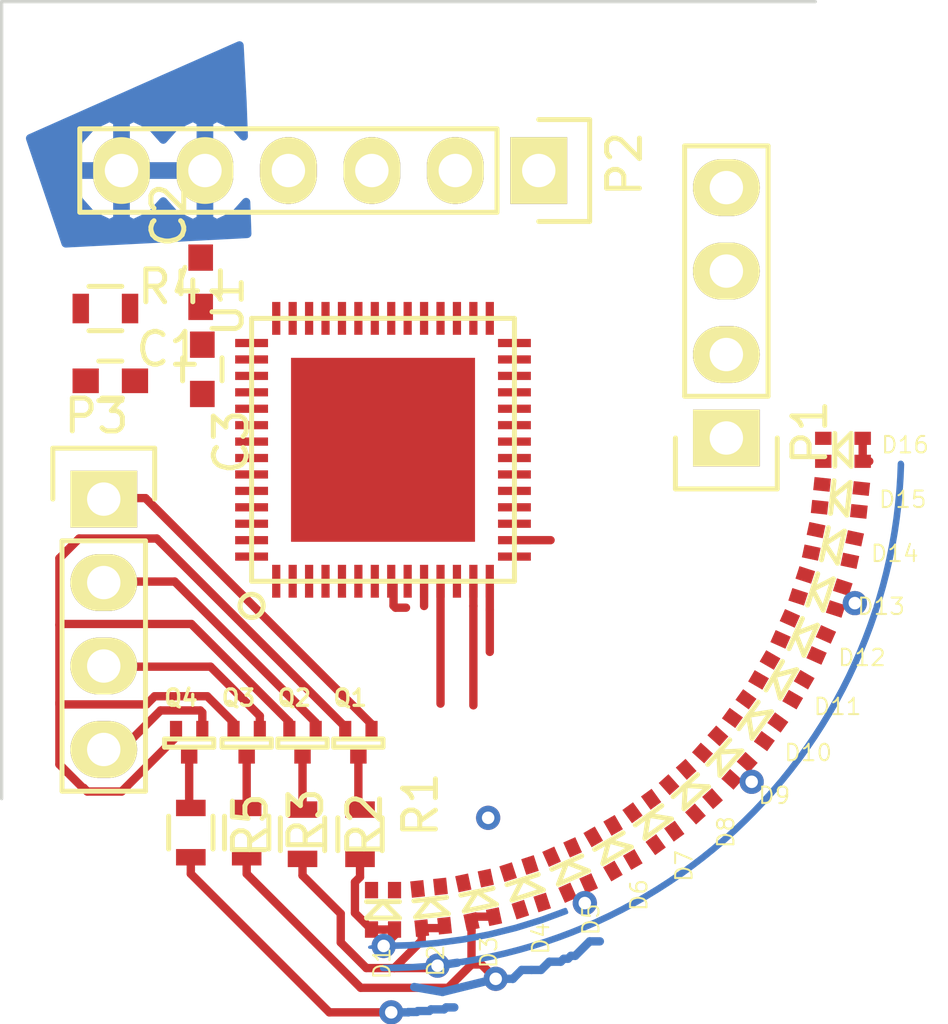
<source format=kicad_pcb>
(kicad_pcb (version 4) (host pcbnew 4.0.2+dfsg1-stable)

  (general
    (links 95)
    (no_connects 76)
    (area 86.413867 86.309999 122.728991 122.782961)
    (thickness 1.6)
    (drawings 3)
    (tracks 128)
    (zones 0)
    (modules 32)
    (nets 69)
  )

  (page A4)
  (layers
    (0 F.Cu signal)
    (31 B.Cu signal)
    (32 B.Adhes user)
    (33 F.Adhes user)
    (34 B.Paste user)
    (35 F.Paste user)
    (36 B.SilkS user)
    (37 F.SilkS user)
    (38 B.Mask user hide)
    (39 F.Mask user)
    (40 Dwgs.User user hide)
    (41 Cmts.User user hide)
    (42 Eco1.User user hide)
    (43 Eco2.User user hide)
    (44 Edge.Cuts user)
    (45 Margin user hide)
    (46 B.CrtYd user hide)
    (47 F.CrtYd user hide)
    (48 B.Fab user hide)
    (49 F.Fab user hide)
  )

  (setup
    (last_trace_width 0.254)
    (user_trace_width 0.2)
    (trace_clearance 0.1778)
    (zone_clearance 0.2)
    (zone_45_only no)
    (trace_min 0.2)
    (segment_width 0.2)
    (edge_width 0.1)
    (via_size 0.7366)
    (via_drill 0.381)
    (via_min_size 0.4)
    (via_min_drill 0.3)
    (uvia_size 0.3)
    (uvia_drill 0.1)
    (uvias_allowed no)
    (uvia_min_size 0)
    (uvia_min_drill 0)
    (pcb_text_width 0.3)
    (pcb_text_size 1.5 1.5)
    (mod_edge_width 0.15)
    (mod_text_size 1 1)
    (mod_text_width 0.15)
    (pad_size 2.032 1.7272)
    (pad_drill 1.016)
    (pad_to_mask_clearance 0)
    (aux_axis_origin 0 0)
    (visible_elements FFFEFF7F)
    (pcbplotparams
      (layerselection 0x00030_80000001)
      (usegerberextensions false)
      (excludeedgelayer true)
      (linewidth 0.100000)
      (plotframeref false)
      (viasonmask false)
      (mode 1)
      (useauxorigin false)
      (hpglpennumber 1)
      (hpglpenspeed 20)
      (hpglpendiameter 15)
      (hpglpenoverlay 2)
      (psnegative false)
      (psa4output false)
      (plotreference true)
      (plotvalue true)
      (plotinvisibletext false)
      (padsonsilk false)
      (subtractmaskfromsilk false)
      (outputformat 1)
      (mirror false)
      (drillshape 1)
      (scaleselection 1)
      (outputdirectory ""))
  )

  (net 0 "")
  (net 1 /proto_TLC/TLC_PWR)
  (net 2 GND)
  (net 3 VDD)
  (net 4 /proto_TLC/B0)
  (net 5 /proto_TLC/R0)
  (net 6 /proto_TLC/LED_PWR_OUT_0)
  (net 7 /proto_TLC/B2)
  (net 8 /proto_TLC/R2)
  (net 9 /proto_TLC/LED_PWR_OUT_1)
  (net 10 /proto_TLC/LED_PWR_OUT_2)
  (net 11 /proto_TLC/LED_PWR_OUT_3)
  (net 12 /proto_TLC/B3)
  (net 13 /proto_TLC/R3)
  (net 14 /proto_TLC/B1)
  (net 15 /proto_TLC/R1)
  (net 16 /proto_TLC/SIN)
  (net 17 /proto_TLC/LAT)
  (net 18 /proto_TLC/SCLK)
  (net 19 /proto_TLC/BLANK)
  (net 20 /proto_TLC/LED_EN_0)
  (net 21 /proto_TLC/LED_EN_1)
  (net 22 /proto_TLC/LED_EN_2)
  (net 23 /proto_TLC/LED_EN_3)
  (net 24 /proto_TLC/LED_MOS_0)
  (net 25 /proto_TLC/LED_MOS_1)
  (net 26 /proto_TLC/LED_MOS_2)
  (net 27 /proto_TLC/LED_MOS_3)
  (net 28 "Net-(U1-Pad2)")
  (net 29 "Net-(U1-Pad3)")
  (net 30 "Net-(U1-Pad4)")
  (net 31 "Net-(U1-Pad5)")
  (net 32 "Net-(U1-Pad6)")
  (net 33 "Net-(U1-Pad7)")
  (net 34 "Net-(U1-Pad9)")
  (net 35 "Net-(U1-Pad12)")
  (net 36 "Net-(U1-Pad15)")
  (net 37 "Net-(U1-Pad18)")
  (net 38 "Net-(U1-Pad20)")
  (net 39 "Net-(U1-Pad21)")
  (net 40 "Net-(U1-Pad22)")
  (net 41 "Net-(U1-Pad23)")
  (net 42 "Net-(U1-Pad24)")
  (net 43 "Net-(U1-Pad25)")
  (net 44 "Net-(U1-Pad30)")
  (net 45 "Net-(U1-Pad31)")
  (net 46 "Net-(U1-Pad32)")
  (net 47 "Net-(U1-Pad33)")
  (net 48 "Net-(U1-Pad34)")
  (net 49 "Net-(U1-Pad35)")
  (net 50 "Net-(U1-Pad36)")
  (net 51 "Net-(U1-Pad37)")
  (net 52 "Net-(U1-Pad38)")
  (net 53 "Net-(U1-Pad39)")
  (net 54 "Net-(U1-Pad40)")
  (net 55 "Net-(U1-Pad41)")
  (net 56 "Net-(U1-Pad42)")
  (net 57 "Net-(U1-Pad44)")
  (net 58 "Net-(U1-Pad45)")
  (net 59 "Net-(U1-Pad46)")
  (net 60 "Net-(U1-Pad47)")
  (net 61 "Net-(U1-Pad48)")
  (net 62 "Net-(U1-Pad49)")
  (net 63 "Net-(U1-Pad50)")
  (net 64 "Net-(U1-Pad51)")
  (net 65 "Net-(U1-Pad52)")
  (net 66 "Net-(U1-Pad53)")
  (net 67 "Net-(U1-Pad54)")
  (net 68 "Net-(U1-Pad55)")

  (net_class Default "This is the default net class."
    (clearance 0.1778)
    (trace_width 0.254)
    (via_dia 0.7366)
    (via_drill 0.381)
    (uvia_dia 0.3)
    (uvia_drill 0.1)
    (add_net /proto_TLC/B0)
    (add_net /proto_TLC/B1)
    (add_net /proto_TLC/B2)
    (add_net /proto_TLC/B3)
    (add_net /proto_TLC/BLANK)
    (add_net /proto_TLC/LAT)
    (add_net /proto_TLC/LED_EN_0)
    (add_net /proto_TLC/LED_EN_1)
    (add_net /proto_TLC/LED_EN_2)
    (add_net /proto_TLC/LED_EN_3)
    (add_net /proto_TLC/LED_MOS_0)
    (add_net /proto_TLC/LED_MOS_1)
    (add_net /proto_TLC/LED_MOS_2)
    (add_net /proto_TLC/LED_MOS_3)
    (add_net /proto_TLC/LED_PWR_OUT_0)
    (add_net /proto_TLC/LED_PWR_OUT_1)
    (add_net /proto_TLC/LED_PWR_OUT_2)
    (add_net /proto_TLC/LED_PWR_OUT_3)
    (add_net /proto_TLC/R0)
    (add_net /proto_TLC/R1)
    (add_net /proto_TLC/R2)
    (add_net /proto_TLC/R3)
    (add_net /proto_TLC/SCLK)
    (add_net /proto_TLC/SIN)
    (add_net /proto_TLC/TLC_PWR)
    (add_net GND)
    (add_net "Net-(U1-Pad12)")
    (add_net "Net-(U1-Pad15)")
    (add_net "Net-(U1-Pad18)")
    (add_net "Net-(U1-Pad2)")
    (add_net "Net-(U1-Pad20)")
    (add_net "Net-(U1-Pad21)")
    (add_net "Net-(U1-Pad22)")
    (add_net "Net-(U1-Pad23)")
    (add_net "Net-(U1-Pad24)")
    (add_net "Net-(U1-Pad25)")
    (add_net "Net-(U1-Pad3)")
    (add_net "Net-(U1-Pad30)")
    (add_net "Net-(U1-Pad31)")
    (add_net "Net-(U1-Pad32)")
    (add_net "Net-(U1-Pad33)")
    (add_net "Net-(U1-Pad34)")
    (add_net "Net-(U1-Pad35)")
    (add_net "Net-(U1-Pad36)")
    (add_net "Net-(U1-Pad37)")
    (add_net "Net-(U1-Pad38)")
    (add_net "Net-(U1-Pad39)")
    (add_net "Net-(U1-Pad4)")
    (add_net "Net-(U1-Pad40)")
    (add_net "Net-(U1-Pad41)")
    (add_net "Net-(U1-Pad42)")
    (add_net "Net-(U1-Pad44)")
    (add_net "Net-(U1-Pad45)")
    (add_net "Net-(U1-Pad46)")
    (add_net "Net-(U1-Pad47)")
    (add_net "Net-(U1-Pad48)")
    (add_net "Net-(U1-Pad49)")
    (add_net "Net-(U1-Pad5)")
    (add_net "Net-(U1-Pad50)")
    (add_net "Net-(U1-Pad51)")
    (add_net "Net-(U1-Pad52)")
    (add_net "Net-(U1-Pad53)")
    (add_net "Net-(U1-Pad54)")
    (add_net "Net-(U1-Pad55)")
    (add_net "Net-(U1-Pad6)")
    (add_net "Net-(U1-Pad7)")
    (add_net "Net-(U1-Pad9)")
    (add_net VDD)
  )

  (net_class small ""
    (clearance 0.1778)
    (trace_width 0.2032)
    (via_dia 0.7366)
    (via_drill 0.381)
    (uvia_dia 0.3)
    (uvia_drill 0.1)
  )

  (module smt:QFN_N56_THERM (layer F.Cu) (tedit 574F91A6) (tstamp 574F9B0F)
    (at 100 100)
    (descr "QFN, 56 pin with Thermal pad, 0.5mm pitch")
    (path /574DFB38/574E1311)
    (fp_text reference U1 (at -4.72 -4.37 90) (layer F.SilkS)
      (effects (font (size 0.889 0.889) (thickness 0.15)))
    )
    (fp_text value TLC5954 (at 0 -5.25 180) (layer F.SilkS) hide
      (effects (font (size 0.889 0.889) (thickness 0.15)))
    )
    (fp_circle (center -4 4.75) (end -3.75 4.5) (layer F.SilkS) (width 0.15))
    (fp_line (start -4 -4) (end 4 -4) (layer F.SilkS) (width 0.15))
    (fp_line (start 4 -4) (end 4 4) (layer F.SilkS) (width 0.15))
    (fp_line (start 4 4) (end -4 4) (layer F.SilkS) (width 0.15))
    (fp_line (start -4 4) (end -4 -4) (layer F.SilkS) (width 0.15))
    (pad 43 smd rect (at -4 -3.25) (size 1 0.25) (layers F.Cu F.Paste F.Mask)
      (net 1 /proto_TLC/TLC_PWR))
    (pad 29 smd rect (at 3.25 -4 270) (size 1 0.25) (layers F.Cu F.Paste F.Mask)
      (net 19 /proto_TLC/BLANK))
    (pad 1 smd rect (at -3.25 4) (size 0.25 1) (layers F.Cu F.Paste F.Mask)
      (net 2 GND))
    (pad 2 smd rect (at -2.75 4) (size 0.25 1) (layers F.Cu F.Paste F.Mask)
      (net 28 "Net-(U1-Pad2)"))
    (pad 3 smd rect (at -2.25 4) (size 0.25 1) (layers F.Cu F.Paste F.Mask)
      (net 29 "Net-(U1-Pad3)"))
    (pad 4 smd rect (at -1.75 4) (size 0.25 1) (layers F.Cu F.Paste F.Mask)
      (net 30 "Net-(U1-Pad4)"))
    (pad 5 smd rect (at -1.25 4) (size 0.25 1) (layers F.Cu F.Paste F.Mask)
      (net 31 "Net-(U1-Pad5)"))
    (pad 6 smd rect (at -0.75 4) (size 0.25 1) (layers F.Cu F.Paste F.Mask)
      (net 32 "Net-(U1-Pad6)"))
    (pad 7 smd rect (at -0.25 4) (size 0.25 1) (layers F.Cu F.Paste F.Mask)
      (net 33 "Net-(U1-Pad7)"))
    (pad 8 smd rect (at 0.25 4) (size 0.25 1) (layers F.Cu F.Paste F.Mask)
      (net 5 /proto_TLC/R0))
    (pad 9 smd rect (at 0.75 4) (size 0.25 1) (layers F.Cu F.Paste F.Mask)
      (net 34 "Net-(U1-Pad9)"))
    (pad 10 smd rect (at 1.25 4) (size 0.25 1) (layers F.Cu F.Paste F.Mask)
      (net 4 /proto_TLC/B0))
    (pad 11 smd rect (at 1.75 4) (size 0.25 1) (layers F.Cu F.Paste F.Mask)
      (net 15 /proto_TLC/R1))
    (pad 12 smd rect (at 2.25 4) (size 0.25 1) (layers F.Cu F.Paste F.Mask)
      (net 35 "Net-(U1-Pad12)"))
    (pad 13 smd rect (at 2.75 4) (size 0.25 1) (layers F.Cu F.Paste F.Mask)
      (net 14 /proto_TLC/B1))
    (pad 14 smd rect (at 3.25 4) (size 0.25 1) (layers F.Cu F.Paste F.Mask)
      (net 8 /proto_TLC/R2))
    (pad 15 smd rect (at 4 3.25 180) (size 1 0.25) (layers F.Cu F.Paste F.Mask)
      (net 36 "Net-(U1-Pad15)"))
    (pad 16 smd rect (at 4 2.75 180) (size 1 0.25) (layers F.Cu F.Paste F.Mask)
      (net 7 /proto_TLC/B2))
    (pad 17 smd rect (at 4 2.25 180) (size 1 0.25) (layers F.Cu F.Paste F.Mask)
      (net 13 /proto_TLC/R3))
    (pad 18 smd rect (at 4 1.75 180) (size 1 0.25) (layers F.Cu F.Paste F.Mask)
      (net 37 "Net-(U1-Pad18)"))
    (pad 19 smd rect (at 4 1.25 180) (size 1 0.25) (layers F.Cu F.Paste F.Mask)
      (net 12 /proto_TLC/B3))
    (pad 20 smd rect (at 4 0.75 180) (size 1 0.25) (layers F.Cu F.Paste F.Mask)
      (net 38 "Net-(U1-Pad20)"))
    (pad 21 smd rect (at 4 0.25 180) (size 1 0.25) (layers F.Cu F.Paste F.Mask)
      (net 39 "Net-(U1-Pad21)"))
    (pad 22 smd rect (at 4 -0.25 180) (size 1 0.25) (layers F.Cu F.Paste F.Mask)
      (net 40 "Net-(U1-Pad22)"))
    (pad 23 smd rect (at 4 -0.75 180) (size 1 0.25) (layers F.Cu F.Paste F.Mask)
      (net 41 "Net-(U1-Pad23)"))
    (pad 24 smd rect (at 4 -1.25 180) (size 1 0.25) (layers F.Cu F.Paste F.Mask)
      (net 42 "Net-(U1-Pad24)"))
    (pad 25 smd rect (at 4 -1.75 180) (size 1 0.25) (layers F.Cu F.Paste F.Mask)
      (net 43 "Net-(U1-Pad25)"))
    (pad 26 smd rect (at 4 -2.25 180) (size 1 0.25) (layers F.Cu F.Paste F.Mask)
      (net 16 /proto_TLC/SIN))
    (pad 27 smd rect (at 4 -2.75 180) (size 1 0.25) (layers F.Cu F.Paste F.Mask)
      (net 17 /proto_TLC/LAT))
    (pad 28 smd rect (at 4 -3.25 180) (size 1 0.25) (layers F.Cu F.Paste F.Mask)
      (net 18 /proto_TLC/SCLK))
    (pad 30 smd rect (at 2.75 -4 270) (size 1 0.25) (layers F.Cu F.Paste F.Mask)
      (net 44 "Net-(U1-Pad30)"))
    (pad 31 smd rect (at 2.25 -4 270) (size 1 0.25) (layers F.Cu F.Paste F.Mask)
      (net 45 "Net-(U1-Pad31)"))
    (pad 32 smd rect (at 1.75 -4 270) (size 1 0.25) (layers F.Cu F.Paste F.Mask)
      (net 46 "Net-(U1-Pad32)"))
    (pad 33 smd rect (at 1.25 -4 270) (size 1 0.25) (layers F.Cu F.Paste F.Mask)
      (net 47 "Net-(U1-Pad33)"))
    (pad 34 smd rect (at 0.75 -4 270) (size 1 0.25) (layers F.Cu F.Paste F.Mask)
      (net 48 "Net-(U1-Pad34)"))
    (pad 35 smd rect (at 0.25 -4 270) (size 1 0.25) (layers F.Cu F.Paste F.Mask)
      (net 49 "Net-(U1-Pad35)"))
    (pad 36 smd rect (at -0.25 -4 270) (size 1 0.25) (layers F.Cu F.Paste F.Mask)
      (net 50 "Net-(U1-Pad36)"))
    (pad 37 smd rect (at -0.75 -4 270) (size 1 0.25) (layers F.Cu F.Paste F.Mask)
      (net 51 "Net-(U1-Pad37)"))
    (pad 38 smd rect (at -1.25 -4 270) (size 1 0.25) (layers F.Cu F.Paste F.Mask)
      (net 52 "Net-(U1-Pad38)"))
    (pad 39 smd rect (at -1.75 -4 270) (size 1 0.25) (layers F.Cu F.Paste F.Mask)
      (net 53 "Net-(U1-Pad39)"))
    (pad 40 smd rect (at -2.25 -4 270) (size 1 0.25) (layers F.Cu F.Paste F.Mask)
      (net 54 "Net-(U1-Pad40)"))
    (pad 41 smd rect (at -2.75 -4 270) (size 1 0.25) (layers F.Cu F.Paste F.Mask)
      (net 55 "Net-(U1-Pad41)"))
    (pad 42 smd rect (at -3.25 -4 270) (size 1 0.25) (layers F.Cu F.Paste F.Mask)
      (net 56 "Net-(U1-Pad42)"))
    (pad 44 smd rect (at -4 -2.75) (size 1 0.25) (layers F.Cu F.Paste F.Mask)
      (net 57 "Net-(U1-Pad44)"))
    (pad 45 smd rect (at -4 -2.25) (size 1 0.25) (layers F.Cu F.Paste F.Mask)
      (net 58 "Net-(U1-Pad45)"))
    (pad 46 smd rect (at -4 -1.75) (size 1 0.25) (layers F.Cu F.Paste F.Mask)
      (net 59 "Net-(U1-Pad46)"))
    (pad 47 smd rect (at -4 -1.25) (size 1 0.25) (layers F.Cu F.Paste F.Mask)
      (net 60 "Net-(U1-Pad47)"))
    (pad 48 smd rect (at -4 -0.75) (size 1 0.25) (layers F.Cu F.Paste F.Mask)
      (net 61 "Net-(U1-Pad48)"))
    (pad 49 smd rect (at -4 -0.25) (size 1 0.25) (layers F.Cu F.Paste F.Mask)
      (net 62 "Net-(U1-Pad49)"))
    (pad 50 smd rect (at -4 0.25) (size 1 0.25) (layers F.Cu F.Paste F.Mask)
      (net 63 "Net-(U1-Pad50)"))
    (pad 51 smd rect (at -4 0.75) (size 1 0.25) (layers F.Cu F.Paste F.Mask)
      (net 64 "Net-(U1-Pad51)"))
    (pad 52 smd rect (at -4 1.25) (size 1 0.25) (layers F.Cu F.Paste F.Mask)
      (net 65 "Net-(U1-Pad52)"))
    (pad 53 smd rect (at -4 1.75) (size 1 0.25) (layers F.Cu F.Paste F.Mask)
      (net 66 "Net-(U1-Pad53)"))
    (pad 54 smd rect (at -4 2.25) (size 1 0.25) (layers F.Cu F.Paste F.Mask)
      (net 67 "Net-(U1-Pad54)"))
    (pad 55 smd rect (at -4 2.75) (size 1 0.25) (layers F.Cu F.Paste F.Mask)
      (net 68 "Net-(U1-Pad55)"))
    (pad 56 smd rect (at -4 3.25) (size 1 0.25) (layers F.Cu F.Paste F.Mask)
      (net 2 GND))
    (pad 57 smd rect (at 0 0) (size 5.6 5.6) (layers F.Cu F.Paste F.Mask)
      (net 2 GND))
  )

  (module Capacitors_SMD:C_0603 (layer F.Cu) (tedit 5415D631) (tstamp 574F9A09)
    (at 91.7 97.9)
    (descr "Capacitor SMD 0603, reflow soldering, AVX (see smccp.pdf)")
    (tags "capacitor 0603")
    (path /574DFB38/574F60F7)
    (attr smd)
    (fp_text reference C1 (at 1.77 -0.96 180) (layer F.SilkS)
      (effects (font (size 1 1) (thickness 0.15)))
    )
    (fp_text value C (at 0 1.9) (layer F.Fab)
      (effects (font (size 1 1) (thickness 0.15)))
    )
    (fp_line (start -1.45 -0.75) (end 1.45 -0.75) (layer F.CrtYd) (width 0.05))
    (fp_line (start -1.45 0.75) (end 1.45 0.75) (layer F.CrtYd) (width 0.05))
    (fp_line (start -1.45 -0.75) (end -1.45 0.75) (layer F.CrtYd) (width 0.05))
    (fp_line (start 1.45 -0.75) (end 1.45 0.75) (layer F.CrtYd) (width 0.05))
    (fp_line (start -0.35 -0.6) (end 0.35 -0.6) (layer F.SilkS) (width 0.15))
    (fp_line (start 0.35 0.6) (end -0.35 0.6) (layer F.SilkS) (width 0.15))
    (pad 1 smd rect (at -0.75 0) (size 0.8 0.75) (layers F.Cu F.Paste F.Mask)
      (net 3 VDD))
    (pad 2 smd rect (at 0.75 0) (size 0.8 0.75) (layers F.Cu F.Paste F.Mask)
      (net 2 GND))
    (model Capacitors_SMD.3dshapes/C_0603.wrl
      (at (xyz 0 0 0))
      (scale (xyz 1 1 1))
      (rotate (xyz 0 0 0))
    )
  )

  (module Capacitors_SMD:C_0603 (layer F.Cu) (tedit 5415D631) (tstamp 574F9A0F)
    (at 94.45 94.9 90)
    (descr "Capacitor SMD 0603, reflow soldering, AVX (see smccp.pdf)")
    (tags "capacitor 0603")
    (path /574DFB38/574F4CFC)
    (attr smd)
    (fp_text reference C2 (at 2.04 -0.97 90) (layer F.SilkS)
      (effects (font (size 1 1) (thickness 0.15)))
    )
    (fp_text value C (at 0 1.9 90) (layer F.Fab)
      (effects (font (size 1 1) (thickness 0.15)))
    )
    (fp_line (start -1.45 -0.75) (end 1.45 -0.75) (layer F.CrtYd) (width 0.05))
    (fp_line (start -1.45 0.75) (end 1.45 0.75) (layer F.CrtYd) (width 0.05))
    (fp_line (start -1.45 -0.75) (end -1.45 0.75) (layer F.CrtYd) (width 0.05))
    (fp_line (start 1.45 -0.75) (end 1.45 0.75) (layer F.CrtYd) (width 0.05))
    (fp_line (start -0.35 -0.6) (end 0.35 -0.6) (layer F.SilkS) (width 0.15))
    (fp_line (start 0.35 0.6) (end -0.35 0.6) (layer F.SilkS) (width 0.15))
    (pad 1 smd rect (at -0.75 0 90) (size 0.8 0.75) (layers F.Cu F.Paste F.Mask)
      (net 1 /proto_TLC/TLC_PWR))
    (pad 2 smd rect (at 0.75 0 90) (size 0.8 0.75) (layers F.Cu F.Paste F.Mask)
      (net 2 GND))
    (model Capacitors_SMD.3dshapes/C_0603.wrl
      (at (xyz 0 0 0))
      (scale (xyz 1 1 1))
      (rotate (xyz 0 0 0))
    )
  )

  (module Capacitors_SMD:C_0603 (layer F.Cu) (tedit 5415D631) (tstamp 574F9A15)
    (at 94.5 97.55 270)
    (descr "Capacitor SMD 0603, reflow soldering, AVX (see smccp.pdf)")
    (tags "capacitor 0603")
    (path /574DFB38/574F5C22)
    (attr smd)
    (fp_text reference C3 (at 2.21 -0.88 270) (layer F.SilkS)
      (effects (font (size 1 1) (thickness 0.15)))
    )
    (fp_text value C (at 0 1.9 270) (layer F.Fab)
      (effects (font (size 1 1) (thickness 0.15)))
    )
    (fp_line (start -1.45 -0.75) (end 1.45 -0.75) (layer F.CrtYd) (width 0.05))
    (fp_line (start -1.45 0.75) (end 1.45 0.75) (layer F.CrtYd) (width 0.05))
    (fp_line (start -1.45 -0.75) (end -1.45 0.75) (layer F.CrtYd) (width 0.05))
    (fp_line (start 1.45 -0.75) (end 1.45 0.75) (layer F.CrtYd) (width 0.05))
    (fp_line (start -0.35 -0.6) (end 0.35 -0.6) (layer F.SilkS) (width 0.15))
    (fp_line (start 0.35 0.6) (end -0.35 0.6) (layer F.SilkS) (width 0.15))
    (pad 1 smd rect (at -0.75 0 270) (size 0.8 0.75) (layers F.Cu F.Paste F.Mask)
      (net 1 /proto_TLC/TLC_PWR))
    (pad 2 smd rect (at 0.75 0 270) (size 0.8 0.75) (layers F.Cu F.Paste F.Mask)
      (net 2 GND))
    (model Capacitors_SMD.3dshapes/C_0603.wrl
      (at (xyz 0 0 0))
      (scale (xyz 1 1 1))
      (rotate (xyz 0 0 0))
    )
  )

  (module Pin_Headers:Pin_Header_Straight_1x04 (layer F.Cu) (tedit 0) (tstamp 574F9D67)
    (at 110.45 99.64 180)
    (descr "Through hole pin header")
    (tags "pin header")
    (path /5751DC25)
    (fp_text reference P1 (at -2.54 0.17 270) (layer F.SilkS)
      (effects (font (size 1 1) (thickness 0.15)))
    )
    (fp_text value CONN_01X04 (at 0 -3.1 180) (layer F.Fab)
      (effects (font (size 1 1) (thickness 0.15)))
    )
    (fp_line (start -1.75 -1.75) (end -1.75 9.4) (layer F.CrtYd) (width 0.05))
    (fp_line (start 1.75 -1.75) (end 1.75 9.4) (layer F.CrtYd) (width 0.05))
    (fp_line (start -1.75 -1.75) (end 1.75 -1.75) (layer F.CrtYd) (width 0.05))
    (fp_line (start -1.75 9.4) (end 1.75 9.4) (layer F.CrtYd) (width 0.05))
    (fp_line (start -1.27 1.27) (end -1.27 8.89) (layer F.SilkS) (width 0.15))
    (fp_line (start 1.27 1.27) (end 1.27 8.89) (layer F.SilkS) (width 0.15))
    (fp_line (start 1.55 -1.55) (end 1.55 0) (layer F.SilkS) (width 0.15))
    (fp_line (start -1.27 8.89) (end 1.27 8.89) (layer F.SilkS) (width 0.15))
    (fp_line (start 1.27 1.27) (end -1.27 1.27) (layer F.SilkS) (width 0.15))
    (fp_line (start -1.55 0) (end -1.55 -1.55) (layer F.SilkS) (width 0.15))
    (fp_line (start -1.55 -1.55) (end 1.55 -1.55) (layer F.SilkS) (width 0.15))
    (pad 1 thru_hole rect (at 0 0 180) (size 2.032 1.7272) (drill 1.016) (layers *.Cu *.Mask F.SilkS)
      (net 16 /proto_TLC/SIN))
    (pad 2 thru_hole oval (at 0 2.54 180) (size 2.032 1.7272) (drill 1.016) (layers *.Cu *.Mask F.SilkS)
      (net 17 /proto_TLC/LAT))
    (pad 3 thru_hole oval (at 0 5.08 180) (size 2.032 1.7272) (drill 1.016) (layers *.Cu *.Mask F.SilkS)
      (net 18 /proto_TLC/SCLK))
    (pad 4 thru_hole oval (at 0 7.62 180) (size 2.032 1.7272) (drill 1.016) (layers *.Cu *.Mask F.SilkS)
      (net 19 /proto_TLC/BLANK))
    (model Pin_Headers.3dshapes/Pin_Header_Straight_1x04.wrl
      (at (xyz 0 -0.15 0))
      (scale (xyz 1 1 1))
      (rotate (xyz 0 0 90))
    )
  )

  (module Pin_Headers:Pin_Header_Straight_1x06 (layer F.Cu) (tedit 0) (tstamp 574F9D6E)
    (at 104.74 91.5 270)
    (descr "Through hole pin header")
    (tags "pin header")
    (path /5751DBAE)
    (fp_text reference P2 (at -0.2 -2.61 270) (layer F.SilkS)
      (effects (font (size 1 1) (thickness 0.15)))
    )
    (fp_text value CONN_01X06 (at 0 -3.1 270) (layer F.Fab)
      (effects (font (size 1 1) (thickness 0.15)))
    )
    (fp_line (start -1.75 -1.75) (end -1.75 14.45) (layer F.CrtYd) (width 0.05))
    (fp_line (start 1.75 -1.75) (end 1.75 14.45) (layer F.CrtYd) (width 0.05))
    (fp_line (start -1.75 -1.75) (end 1.75 -1.75) (layer F.CrtYd) (width 0.05))
    (fp_line (start -1.75 14.45) (end 1.75 14.45) (layer F.CrtYd) (width 0.05))
    (fp_line (start 1.27 1.27) (end 1.27 13.97) (layer F.SilkS) (width 0.15))
    (fp_line (start 1.27 13.97) (end -1.27 13.97) (layer F.SilkS) (width 0.15))
    (fp_line (start -1.27 13.97) (end -1.27 1.27) (layer F.SilkS) (width 0.15))
    (fp_line (start 1.55 -1.55) (end 1.55 0) (layer F.SilkS) (width 0.15))
    (fp_line (start 1.27 1.27) (end -1.27 1.27) (layer F.SilkS) (width 0.15))
    (fp_line (start -1.55 0) (end -1.55 -1.55) (layer F.SilkS) (width 0.15))
    (fp_line (start -1.55 -1.55) (end 1.55 -1.55) (layer F.SilkS) (width 0.15))
    (pad 1 thru_hole rect (at 0 0 270) (size 2.032 1.7272) (drill 1.016) (layers *.Cu *.Mask F.SilkS)
      (net 2 GND))
    (pad 2 thru_hole oval (at 0 2.54 270) (size 2.032 1.7272) (drill 1.016) (layers *.Cu *.Mask F.SilkS)
      (net 2 GND))
    (pad 3 thru_hole oval (at 0 5.08 270) (size 2.032 1.7272) (drill 1.016) (layers *.Cu *.Mask F.SilkS)
      (net 2 GND))
    (pad 4 thru_hole oval (at 0 7.62 270) (size 2.032 1.7272) (drill 1.016) (layers *.Cu *.Mask F.SilkS)
      (net 2 GND))
    (pad 5 thru_hole oval (at 0 10.16 270) (size 2.032 1.7272) (drill 1.016) (layers *.Cu *.Mask F.SilkS)
      (net 3 VDD))
    (pad 6 thru_hole oval (at 0 12.7 270) (size 2.032 1.7272) (drill 1.016) (layers *.Cu *.Mask F.SilkS)
      (net 3 VDD))
    (model Pin_Headers.3dshapes/Pin_Header_Straight_1x06.wrl
      (at (xyz 0 -0.25 0))
      (scale (xyz 1 1 1))
      (rotate (xyz 0 0 90))
    )
  )

  (module Pin_Headers:Pin_Header_Straight_1x04 (layer F.Cu) (tedit 574FB4C1) (tstamp 574F9D77)
    (at 91.5 101.5)
    (descr "Through hole pin header")
    (tags "pin header")
    (path /574F453F)
    (fp_text reference P3 (at -0.22 -2.53) (layer F.SilkS)
      (effects (font (size 1 1) (thickness 0.15)))
    )
    (fp_text value CONN_01X04 (at 0 -3.1) (layer F.Fab)
      (effects (font (size 1 1) (thickness 0.15)))
    )
    (fp_line (start -1.75 -1.75) (end -1.75 9.4) (layer F.CrtYd) (width 0.05))
    (fp_line (start 1.75 -1.75) (end 1.75 9.4) (layer F.CrtYd) (width 0.05))
    (fp_line (start -1.75 -1.75) (end 1.75 -1.75) (layer F.CrtYd) (width 0.05))
    (fp_line (start -1.75 9.4) (end 1.75 9.4) (layer F.CrtYd) (width 0.05))
    (fp_line (start -1.27 1.27) (end -1.27 8.89) (layer F.SilkS) (width 0.15))
    (fp_line (start 1.27 1.27) (end 1.27 8.89) (layer F.SilkS) (width 0.15))
    (fp_line (start 1.55 -1.55) (end 1.55 0) (layer F.SilkS) (width 0.15))
    (fp_line (start -1.27 8.89) (end 1.27 8.89) (layer F.SilkS) (width 0.15))
    (fp_line (start 1.27 1.27) (end -1.27 1.27) (layer F.SilkS) (width 0.15))
    (fp_line (start -1.55 0) (end -1.55 -1.55) (layer F.SilkS) (width 0.15))
    (fp_line (start -1.55 -1.55) (end 1.55 -1.55) (layer F.SilkS) (width 0.15))
    (pad 1 thru_hole rect (at 0 0) (size 2.032 1.7272) (drill 1.016) (layers *.Cu *.Mask F.SilkS)
      (net 20 /proto_TLC/LED_EN_0))
    (pad 2 thru_hole oval (at 0 2.54) (size 2.032 1.7272) (drill 1.016) (layers *.Cu *.Mask F.SilkS)
      (net 21 /proto_TLC/LED_EN_1))
    (pad 3 thru_hole oval (at 0 5.08) (size 2.032 1.7272) (drill 1.016) (layers *.Cu *.Mask F.SilkS)
      (net 22 /proto_TLC/LED_EN_2))
    (pad 4 thru_hole oval (at 0 7.62) (size 2.032 1.7272) (drill 1.016) (layers *.Cu *.Mask F.SilkS)
      (net 23 /proto_TLC/LED_EN_3))
    (model Pin_Headers.3dshapes/Pin_Header_Straight_1x04.wrl
      (at (xyz 0 -0.15 0))
      (scale (xyz 1 1 1))
      (rotate (xyz 0 0 90))
    )
  )

  (module Resistors_SMD:R_0603 (layer F.Cu) (tedit 5415CC62) (tstamp 574F9DAA)
    (at 99.3 111.7 270)
    (descr "Resistor SMD 0603, reflow soldering, Vishay (see dcrcw.pdf)")
    (tags "resistor 0603")
    (path /574DFB38/574E4A04)
    (attr smd)
    (fp_text reference R1 (at -0.9 -1.84 270) (layer F.SilkS)
      (effects (font (size 1 1) (thickness 0.15)))
    )
    (fp_text value R (at 0 1.9 270) (layer F.Fab)
      (effects (font (size 1 1) (thickness 0.15)))
    )
    (fp_line (start -1.3 -0.8) (end 1.3 -0.8) (layer F.CrtYd) (width 0.05))
    (fp_line (start -1.3 0.8) (end 1.3 0.8) (layer F.CrtYd) (width 0.05))
    (fp_line (start -1.3 -0.8) (end -1.3 0.8) (layer F.CrtYd) (width 0.05))
    (fp_line (start 1.3 -0.8) (end 1.3 0.8) (layer F.CrtYd) (width 0.05))
    (fp_line (start 0.5 0.675) (end -0.5 0.675) (layer F.SilkS) (width 0.15))
    (fp_line (start -0.5 -0.675) (end 0.5 -0.675) (layer F.SilkS) (width 0.15))
    (pad 1 smd rect (at -0.75 0 270) (size 0.5 0.9) (layers F.Cu F.Paste F.Mask)
      (net 24 /proto_TLC/LED_MOS_0))
    (pad 2 smd rect (at 0.75 0 270) (size 0.5 0.9) (layers F.Cu F.Paste F.Mask)
      (net 6 /proto_TLC/LED_PWR_OUT_0))
    (model Resistors_SMD.3dshapes/R_0603.wrl
      (at (xyz 0 0 0))
      (scale (xyz 1 1 1))
      (rotate (xyz 0 0 0))
    )
  )

  (module Resistors_SMD:R_0603 (layer F.Cu) (tedit 5415CC62) (tstamp 574F9DAF)
    (at 97.55 111.7 270)
    (descr "Resistor SMD 0603, reflow soldering, Vishay (see dcrcw.pdf)")
    (tags "resistor 0603")
    (path /574DFB38/574E4AA0)
    (attr smd)
    (fp_text reference R2 (at -0.29 -1.89 270) (layer F.SilkS)
      (effects (font (size 1 1) (thickness 0.15)))
    )
    (fp_text value R (at 0 1.9 270) (layer F.Fab)
      (effects (font (size 1 1) (thickness 0.15)))
    )
    (fp_line (start -1.3 -0.8) (end 1.3 -0.8) (layer F.CrtYd) (width 0.05))
    (fp_line (start -1.3 0.8) (end 1.3 0.8) (layer F.CrtYd) (width 0.05))
    (fp_line (start -1.3 -0.8) (end -1.3 0.8) (layer F.CrtYd) (width 0.05))
    (fp_line (start 1.3 -0.8) (end 1.3 0.8) (layer F.CrtYd) (width 0.05))
    (fp_line (start 0.5 0.675) (end -0.5 0.675) (layer F.SilkS) (width 0.15))
    (fp_line (start -0.5 -0.675) (end 0.5 -0.675) (layer F.SilkS) (width 0.15))
    (pad 1 smd rect (at -0.75 0 270) (size 0.5 0.9) (layers F.Cu F.Paste F.Mask)
      (net 25 /proto_TLC/LED_MOS_1))
    (pad 2 smd rect (at 0.75 0 270) (size 0.5 0.9) (layers F.Cu F.Paste F.Mask)
      (net 9 /proto_TLC/LED_PWR_OUT_1))
    (model Resistors_SMD.3dshapes/R_0603.wrl
      (at (xyz 0 0 0))
      (scale (xyz 1 1 1))
      (rotate (xyz 0 0 0))
    )
  )

  (module Resistors_SMD:R_0603 (layer F.Cu) (tedit 5415CC62) (tstamp 574F9DB4)
    (at 95.85 111.65 270)
    (descr "Resistor SMD 0603, reflow soldering, Vishay (see dcrcw.pdf)")
    (tags "resistor 0603")
    (path /574DFB38/574E4AE0)
    (attr smd)
    (fp_text reference R3 (at -0.37 -1.8 270) (layer F.SilkS)
      (effects (font (size 1 1) (thickness 0.15)))
    )
    (fp_text value R (at 0 1.9 270) (layer F.Fab)
      (effects (font (size 1 1) (thickness 0.15)))
    )
    (fp_line (start -1.3 -0.8) (end 1.3 -0.8) (layer F.CrtYd) (width 0.05))
    (fp_line (start -1.3 0.8) (end 1.3 0.8) (layer F.CrtYd) (width 0.05))
    (fp_line (start -1.3 -0.8) (end -1.3 0.8) (layer F.CrtYd) (width 0.05))
    (fp_line (start 1.3 -0.8) (end 1.3 0.8) (layer F.CrtYd) (width 0.05))
    (fp_line (start 0.5 0.675) (end -0.5 0.675) (layer F.SilkS) (width 0.15))
    (fp_line (start -0.5 -0.675) (end 0.5 -0.675) (layer F.SilkS) (width 0.15))
    (pad 1 smd rect (at -0.75 0 270) (size 0.5 0.9) (layers F.Cu F.Paste F.Mask)
      (net 26 /proto_TLC/LED_MOS_2))
    (pad 2 smd rect (at 0.75 0 270) (size 0.5 0.9) (layers F.Cu F.Paste F.Mask)
      (net 10 /proto_TLC/LED_PWR_OUT_2))
    (model Resistors_SMD.3dshapes/R_0603.wrl
      (at (xyz 0 0 0))
      (scale (xyz 1 1 1))
      (rotate (xyz 0 0 0))
    )
  )

  (module led:led_dual (layer F.Cu) (tedit 574FAE9F) (tstamp 574FB157)
    (at 114 100 180.000005)
    (path /574DFB38/574E41DC)
    (fp_text reference D16 (at -1.89 0.15 540) (layer F.SilkS)
      (effects (font (size 0.5 0.5) (thickness 0.06)))
    )
    (fp_text value APHB1608LVBDSEKJ3C (at 0 -1.25 540) (layer F.Fab) hide
      (effects (font (size 1 1) (thickness 0.15)))
    )
    (fp_line (start 0.25 -0.5) (end 0.25 0.5) (layer F.SilkS) (width 0.15))
    (fp_line (start -0.25 -0.5) (end -0.25 0.5) (layer F.SilkS) (width 0.15))
    (fp_line (start -0.25 0.5) (end 0.25 0) (layer F.SilkS) (width 0.15))
    (fp_line (start 0.25 0) (end -0.25 -0.5) (layer F.SilkS) (width 0.15))
    (pad 1 smd rect (at 0.6 0.35 180.000005) (size 0.5 0.4) (layers F.Cu F.Paste F.Mask)
      (net 12 /proto_TLC/B3))
    (pad 3 smd rect (at 0.6 -0.35 180.000005) (size 0.5 0.4) (layers F.Cu F.Paste F.Mask)
      (net 13 /proto_TLC/R3))
    (pad 4 smd rect (at -0.6 -0.35 180.000005) (size 0.5 0.4) (layers F.Cu F.Paste F.Mask)
      (net 11 /proto_TLC/LED_PWR_OUT_3))
    (pad 2 smd rect (at -0.6 0.35 180.000005) (size 0.5 0.4) (layers F.Cu F.Paste F.Mask)
      (net 11 /proto_TLC/LED_PWR_OUT_3))
  )

  (module led:led_dual (layer F.Cu) (tedit 574FAE9F) (tstamp 574FB14B)
    (at 113.923309 101.463402 173.999998)
    (path /574DFB38/574E41D6)
    (fp_text reference D15 (at -1.89 0.15 180) (layer F.SilkS)
      (effects (font (size 0.5 0.5) (thickness 0.06)))
    )
    (fp_text value APHB1608LVBDSEKJ3C (at 0 -1.25 180) (layer F.Fab) hide
      (effects (font (size 1 1) (thickness 0.15)))
    )
    (fp_line (start 0.25 -0.5) (end 0.25 0.5) (layer F.SilkS) (width 0.15))
    (fp_line (start -0.25 -0.5) (end -0.25 0.5) (layer F.SilkS) (width 0.15))
    (fp_line (start -0.25 0.5) (end 0.25 0) (layer F.SilkS) (width 0.15))
    (fp_line (start 0.25 0) (end -0.25 -0.5) (layer F.SilkS) (width 0.15))
    (pad 1 smd rect (at 0.6 0.35 173.999998) (size 0.5 0.4) (layers F.Cu F.Paste F.Mask)
      (net 12 /proto_TLC/B3))
    (pad 3 smd rect (at 0.6 -0.35 173.999998) (size 0.5 0.4) (layers F.Cu F.Paste F.Mask)
      (net 13 /proto_TLC/R3))
    (pad 4 smd rect (at -0.6 -0.35 173.999998) (size 0.5 0.4) (layers F.Cu F.Paste F.Mask)
      (net 10 /proto_TLC/LED_PWR_OUT_2))
    (pad 2 smd rect (at -0.6 0.35 173.999998) (size 0.5 0.4) (layers F.Cu F.Paste F.Mask)
      (net 10 /proto_TLC/LED_PWR_OUT_2))
  )

  (module led:led_dual (layer F.Cu) (tedit 574FAE9F) (tstamp 574FB13F)
    (at 113.694069 102.910767 168.000005)
    (path /574DFB38/574E41D0)
    (fp_text reference D14 (at -1.89 0.15 180) (layer F.SilkS)
      (effects (font (size 0.5 0.5) (thickness 0.06)))
    )
    (fp_text value APHB1608LVBDSEKJ3C (at 0 -1.25 180) (layer F.Fab) hide
      (effects (font (size 1 1) (thickness 0.15)))
    )
    (fp_line (start 0.25 -0.5) (end 0.25 0.5) (layer F.SilkS) (width 0.15))
    (fp_line (start -0.25 -0.5) (end -0.25 0.5) (layer F.SilkS) (width 0.15))
    (fp_line (start -0.25 0.5) (end 0.25 0) (layer F.SilkS) (width 0.15))
    (fp_line (start 0.25 0) (end -0.25 -0.5) (layer F.SilkS) (width 0.15))
    (pad 1 smd rect (at 0.6 0.35 168.000005) (size 0.5 0.4) (layers F.Cu F.Paste F.Mask)
      (net 12 /proto_TLC/B3))
    (pad 3 smd rect (at 0.6 -0.35 168.000005) (size 0.5 0.4) (layers F.Cu F.Paste F.Mask)
      (net 13 /proto_TLC/R3))
    (pad 4 smd rect (at -0.6 -0.35 168.000005) (size 0.5 0.4) (layers F.Cu F.Paste F.Mask)
      (net 9 /proto_TLC/LED_PWR_OUT_1))
    (pad 2 smd rect (at -0.6 0.35 168.000005) (size 0.5 0.4) (layers F.Cu F.Paste F.Mask)
      (net 9 /proto_TLC/LED_PWR_OUT_1))
  )

  (module led:led_dual (layer F.Cu) (tedit 574FAE9F) (tstamp 574FB133)
    (at 113.314789 104.326241 162.000011)
    (path /574DFB38/574E41CA)
    (fp_text reference D13 (at -1.89 0.15 180) (layer F.SilkS)
      (effects (font (size 0.5 0.5) (thickness 0.06)))
    )
    (fp_text value APHB1608LVBDSEKJ3C (at 0 -1.25 180) (layer F.Fab) hide
      (effects (font (size 1 1) (thickness 0.15)))
    )
    (fp_line (start 0.25 -0.5) (end 0.25 0.5) (layer F.SilkS) (width 0.15))
    (fp_line (start -0.25 -0.5) (end -0.25 0.5) (layer F.SilkS) (width 0.15))
    (fp_line (start -0.25 0.5) (end 0.25 0) (layer F.SilkS) (width 0.15))
    (fp_line (start 0.25 0) (end -0.25 -0.5) (layer F.SilkS) (width 0.15))
    (pad 1 smd rect (at 0.6 0.35 162.000011) (size 0.5 0.4) (layers F.Cu F.Paste F.Mask)
      (net 12 /proto_TLC/B3))
    (pad 3 smd rect (at 0.6 -0.35 162.000011) (size 0.5 0.4) (layers F.Cu F.Paste F.Mask)
      (net 13 /proto_TLC/R3))
    (pad 4 smd rect (at -0.6 -0.35 162.000011) (size 0.5 0.4) (layers F.Cu F.Paste F.Mask)
      (net 6 /proto_TLC/LED_PWR_OUT_0))
    (pad 2 smd rect (at -0.6 0.35 162.000011) (size 0.5 0.4) (layers F.Cu F.Paste F.Mask)
      (net 6 /proto_TLC/LED_PWR_OUT_0))
  )

  (module led:led_dual (layer F.Cu) (tedit 574FAE9F) (tstamp 574FB127)
    (at 112.789635 105.694313 156.000004)
    (path /574DFB38/574E38C2)
    (fp_text reference D12 (at -1.89 0.15 180) (layer F.SilkS)
      (effects (font (size 0.5 0.5) (thickness 0.06)))
    )
    (fp_text value APHB1608LVBDSEKJ3C (at 0 -1.25 180) (layer F.Fab) hide
      (effects (font (size 1 1) (thickness 0.15)))
    )
    (fp_line (start 0.25 -0.5) (end 0.25 0.5) (layer F.SilkS) (width 0.15))
    (fp_line (start -0.25 -0.5) (end -0.25 0.5) (layer F.SilkS) (width 0.15))
    (fp_line (start -0.25 0.5) (end 0.25 0) (layer F.SilkS) (width 0.15))
    (fp_line (start 0.25 0) (end -0.25 -0.5) (layer F.SilkS) (width 0.15))
    (pad 1 smd rect (at 0.6 0.35 156.000004) (size 0.5 0.4) (layers F.Cu F.Paste F.Mask)
      (net 7 /proto_TLC/B2))
    (pad 3 smd rect (at 0.6 -0.35 156.000004) (size 0.5 0.4) (layers F.Cu F.Paste F.Mask)
      (net 8 /proto_TLC/R2))
    (pad 4 smd rect (at -0.6 -0.35 156.000004) (size 0.5 0.4) (layers F.Cu F.Paste F.Mask)
      (net 11 /proto_TLC/LED_PWR_OUT_3))
    (pad 2 smd rect (at -0.6 0.35 156.000004) (size 0.5 0.4) (layers F.Cu F.Paste F.Mask)
      (net 11 /proto_TLC/LED_PWR_OUT_3))
  )

  (module led:led_dual (layer F.Cu) (tedit 574FAE9F) (tstamp 574FB11B)
    (at 112.124359 107 149.999997)
    (path /574DFB38/574E38BC)
    (fp_text reference D11 (at -1.89 0.15 180) (layer F.SilkS)
      (effects (font (size 0.5 0.5) (thickness 0.06)))
    )
    (fp_text value APHB1608LVBDSEKJ3C (at 0 -1.25 180) (layer F.Fab) hide
      (effects (font (size 1 1) (thickness 0.15)))
    )
    (fp_line (start 0.25 -0.5) (end 0.25 0.5) (layer F.SilkS) (width 0.15))
    (fp_line (start -0.25 -0.5) (end -0.25 0.5) (layer F.SilkS) (width 0.15))
    (fp_line (start -0.25 0.5) (end 0.25 0) (layer F.SilkS) (width 0.15))
    (fp_line (start 0.25 0) (end -0.25 -0.5) (layer F.SilkS) (width 0.15))
    (pad 1 smd rect (at 0.6 0.35 149.999997) (size 0.5 0.4) (layers F.Cu F.Paste F.Mask)
      (net 7 /proto_TLC/B2))
    (pad 3 smd rect (at 0.6 -0.35 149.999997) (size 0.5 0.4) (layers F.Cu F.Paste F.Mask)
      (net 8 /proto_TLC/R2))
    (pad 4 smd rect (at -0.6 -0.35 149.999997) (size 0.5 0.4) (layers F.Cu F.Paste F.Mask)
      (net 10 /proto_TLC/LED_PWR_OUT_2))
    (pad 2 smd rect (at -0.6 0.35 149.999997) (size 0.5 0.4) (layers F.Cu F.Paste F.Mask)
      (net 10 /proto_TLC/LED_PWR_OUT_2))
  )

  (module led:led_dual (layer F.Cu) (tedit 574FAE9F) (tstamp 574FB10F)
    (at 111.326241 108.228996 144.000004)
    (path /574DFB38/574E38B6)
    (fp_text reference D10 (at -1.89 0.15 180) (layer F.SilkS)
      (effects (font (size 0.5 0.5) (thickness 0.06)))
    )
    (fp_text value APHB1608LVBDSEKJ3C (at 0 -1.25 180) (layer F.Fab) hide
      (effects (font (size 1 1) (thickness 0.15)))
    )
    (fp_line (start 0.25 -0.5) (end 0.25 0.5) (layer F.SilkS) (width 0.15))
    (fp_line (start -0.25 -0.5) (end -0.25 0.5) (layer F.SilkS) (width 0.15))
    (fp_line (start -0.25 0.5) (end 0.25 0) (layer F.SilkS) (width 0.15))
    (fp_line (start 0.25 0) (end -0.25 -0.5) (layer F.SilkS) (width 0.15))
    (pad 1 smd rect (at 0.6 0.35 144.000004) (size 0.5 0.4) (layers F.Cu F.Paste F.Mask)
      (net 7 /proto_TLC/B2))
    (pad 3 smd rect (at 0.6 -0.35 144.000004) (size 0.5 0.4) (layers F.Cu F.Paste F.Mask)
      (net 8 /proto_TLC/R2))
    (pad 4 smd rect (at -0.6 -0.35 144.000004) (size 0.5 0.4) (layers F.Cu F.Paste F.Mask)
      (net 9 /proto_TLC/LED_PWR_OUT_1))
    (pad 2 smd rect (at -0.6 0.35 144.000004) (size 0.5 0.4) (layers F.Cu F.Paste F.Mask)
      (net 9 /proto_TLC/LED_PWR_OUT_1))
  )

  (module led:led_dual (layer F.Cu) (tedit 574FAE9F) (tstamp 574FB103)
    (at 110.40403 109.367828 138.000011)
    (path /574DFB38/574E38B0)
    (fp_text reference D9 (at -1.89 0.15 180) (layer F.SilkS)
      (effects (font (size 0.5 0.5) (thickness 0.06)))
    )
    (fp_text value APHB1608LVBDSEKJ3C (at 0 -1.25 180) (layer F.Fab) hide
      (effects (font (size 1 1) (thickness 0.15)))
    )
    (fp_line (start 0.25 -0.5) (end 0.25 0.5) (layer F.SilkS) (width 0.15))
    (fp_line (start -0.25 -0.5) (end -0.25 0.5) (layer F.SilkS) (width 0.15))
    (fp_line (start -0.25 0.5) (end 0.25 0) (layer F.SilkS) (width 0.15))
    (fp_line (start 0.25 0) (end -0.25 -0.5) (layer F.SilkS) (width 0.15))
    (pad 1 smd rect (at 0.6 0.35 138.000011) (size 0.5 0.4) (layers F.Cu F.Paste F.Mask)
      (net 7 /proto_TLC/B2))
    (pad 3 smd rect (at 0.6 -0.35 138.000011) (size 0.5 0.4) (layers F.Cu F.Paste F.Mask)
      (net 8 /proto_TLC/R2))
    (pad 4 smd rect (at -0.6 -0.35 138.000011) (size 0.5 0.4) (layers F.Cu F.Paste F.Mask)
      (net 6 /proto_TLC/LED_PWR_OUT_0))
    (pad 2 smd rect (at -0.6 0.35 138.000011) (size 0.5 0.4) (layers F.Cu F.Paste F.Mask)
      (net 6 /proto_TLC/LED_PWR_OUT_0))
  )

  (module led:led_dual (layer F.Cu) (tedit 574FAE9F) (tstamp 574FB0F7)
    (at 109.367828 110.40403 132.000004)
    (path /574DFB38/574E38AA)
    (fp_text reference D8 (at -1.63 -0.03 450) (layer F.SilkS)
      (effects (font (size 0.5 0.5) (thickness 0.06)))
    )
    (fp_text value APHB1608LVBDSEKJ3C (at 0 -1.25 450) (layer F.Fab) hide
      (effects (font (size 1 1) (thickness 0.15)))
    )
    (fp_line (start 0.25 -0.5) (end 0.25 0.5) (layer F.SilkS) (width 0.15))
    (fp_line (start -0.25 -0.5) (end -0.25 0.5) (layer F.SilkS) (width 0.15))
    (fp_line (start -0.25 0.5) (end 0.25 0) (layer F.SilkS) (width 0.15))
    (fp_line (start 0.25 0) (end -0.25 -0.5) (layer F.SilkS) (width 0.15))
    (pad 1 smd rect (at 0.6 0.35 132.000004) (size 0.5 0.4) (layers F.Cu F.Paste F.Mask)
      (net 14 /proto_TLC/B1))
    (pad 3 smd rect (at 0.6 -0.35 132.000004) (size 0.5 0.4) (layers F.Cu F.Paste F.Mask)
      (net 15 /proto_TLC/R1))
    (pad 4 smd rect (at -0.6 -0.35 132.000004) (size 0.5 0.4) (layers F.Cu F.Paste F.Mask)
      (net 11 /proto_TLC/LED_PWR_OUT_3))
    (pad 2 smd rect (at -0.6 0.35 132.000004) (size 0.5 0.4) (layers F.Cu F.Paste F.Mask)
      (net 11 /proto_TLC/LED_PWR_OUT_3))
  )

  (module led:led_dual (layer F.Cu) (tedit 574FAE9F) (tstamp 574FB0EB)
    (at 108.228996 111.326241 125.999997)
    (path /574DFB38/574E38A4)
    (fp_text reference D7 (at -1.63 -0.03 450) (layer F.SilkS)
      (effects (font (size 0.5 0.5) (thickness 0.06)))
    )
    (fp_text value APHB1608LVBDSEKJ3C (at 0 -1.25 450) (layer F.Fab) hide
      (effects (font (size 1 1) (thickness 0.15)))
    )
    (fp_line (start 0.25 -0.5) (end 0.25 0.5) (layer F.SilkS) (width 0.15))
    (fp_line (start -0.25 -0.5) (end -0.25 0.5) (layer F.SilkS) (width 0.15))
    (fp_line (start -0.25 0.5) (end 0.25 0) (layer F.SilkS) (width 0.15))
    (fp_line (start 0.25 0) (end -0.25 -0.5) (layer F.SilkS) (width 0.15))
    (pad 1 smd rect (at 0.6 0.35 125.999997) (size 0.5 0.4) (layers F.Cu F.Paste F.Mask)
      (net 14 /proto_TLC/B1))
    (pad 3 smd rect (at 0.6 -0.35 125.999997) (size 0.5 0.4) (layers F.Cu F.Paste F.Mask)
      (net 15 /proto_TLC/R1))
    (pad 4 smd rect (at -0.6 -0.35 125.999997) (size 0.5 0.4) (layers F.Cu F.Paste F.Mask)
      (net 10 /proto_TLC/LED_PWR_OUT_2))
    (pad 2 smd rect (at -0.6 0.35 125.999997) (size 0.5 0.4) (layers F.Cu F.Paste F.Mask)
      (net 10 /proto_TLC/LED_PWR_OUT_2))
  )

  (module led:led_dual (layer F.Cu) (tedit 574FAE9F) (tstamp 574FB0DF)
    (at 107 112.124359 120.000003)
    (path /574DFB38/574E24C0)
    (fp_text reference D6 (at -1.63 -0.03 450) (layer F.SilkS)
      (effects (font (size 0.5 0.5) (thickness 0.06)))
    )
    (fp_text value APHB1608LVBDSEKJ3C (at 0 -1.25 450) (layer F.Fab) hide
      (effects (font (size 1 1) (thickness 0.15)))
    )
    (fp_line (start 0.25 -0.5) (end 0.25 0.5) (layer F.SilkS) (width 0.15))
    (fp_line (start -0.25 -0.5) (end -0.25 0.5) (layer F.SilkS) (width 0.15))
    (fp_line (start -0.25 0.5) (end 0.25 0) (layer F.SilkS) (width 0.15))
    (fp_line (start 0.25 0) (end -0.25 -0.5) (layer F.SilkS) (width 0.15))
    (pad 1 smd rect (at 0.6 0.35 120.000003) (size 0.5 0.4) (layers F.Cu F.Paste F.Mask)
      (net 14 /proto_TLC/B1))
    (pad 3 smd rect (at 0.6 -0.35 120.000003) (size 0.5 0.4) (layers F.Cu F.Paste F.Mask)
      (net 15 /proto_TLC/R1))
    (pad 4 smd rect (at -0.6 -0.35 120.000003) (size 0.5 0.4) (layers F.Cu F.Paste F.Mask)
      (net 9 /proto_TLC/LED_PWR_OUT_1))
    (pad 2 smd rect (at -0.6 0.35 120.000003) (size 0.5 0.4) (layers F.Cu F.Paste F.Mask)
      (net 9 /proto_TLC/LED_PWR_OUT_1))
  )

  (module led:led_dual (layer F.Cu) (tedit 574FAE9F) (tstamp 574FB0D3)
    (at 105.694313 112.789635 114.000003)
    (path /574DFB38/574E248E)
    (fp_text reference D5 (at -1.63 -0.03 450) (layer F.SilkS)
      (effects (font (size 0.5 0.5) (thickness 0.06)))
    )
    (fp_text value APHB1608LVBDSEKJ3C (at 0 -1.25 450) (layer F.Fab) hide
      (effects (font (size 1 1) (thickness 0.15)))
    )
    (fp_line (start 0.25 -0.5) (end 0.25 0.5) (layer F.SilkS) (width 0.15))
    (fp_line (start -0.25 -0.5) (end -0.25 0.5) (layer F.SilkS) (width 0.15))
    (fp_line (start -0.25 0.5) (end 0.25 0) (layer F.SilkS) (width 0.15))
    (fp_line (start 0.25 0) (end -0.25 -0.5) (layer F.SilkS) (width 0.15))
    (pad 1 smd rect (at 0.6 0.35 114.000003) (size 0.5 0.4) (layers F.Cu F.Paste F.Mask)
      (net 14 /proto_TLC/B1))
    (pad 3 smd rect (at 0.6 -0.35 114.000003) (size 0.5 0.4) (layers F.Cu F.Paste F.Mask)
      (net 15 /proto_TLC/R1))
    (pad 4 smd rect (at -0.6 -0.35 114.000003) (size 0.5 0.4) (layers F.Cu F.Paste F.Mask)
      (net 6 /proto_TLC/LED_PWR_OUT_0))
    (pad 2 smd rect (at -0.6 0.35 114.000003) (size 0.5 0.4) (layers F.Cu F.Paste F.Mask)
      (net 6 /proto_TLC/LED_PWR_OUT_0))
  )

  (module led:led_dual (layer F.Cu) (tedit 574FAE9F) (tstamp 574FB0C7)
    (at 104.326241 113.314789 108.000003)
    (path /574DFB38/574E245C)
    (fp_text reference D4 (at -1.63 -0.03 450) (layer F.SilkS)
      (effects (font (size 0.5 0.5) (thickness 0.06)))
    )
    (fp_text value APHB1608LVBDSEKJ3C (at 0 -1.25 450) (layer F.Fab) hide
      (effects (font (size 1 1) (thickness 0.15)))
    )
    (fp_line (start 0.25 -0.5) (end 0.25 0.5) (layer F.SilkS) (width 0.15))
    (fp_line (start -0.25 -0.5) (end -0.25 0.5) (layer F.SilkS) (width 0.15))
    (fp_line (start -0.25 0.5) (end 0.25 0) (layer F.SilkS) (width 0.15))
    (fp_line (start 0.25 0) (end -0.25 -0.5) (layer F.SilkS) (width 0.15))
    (pad 1 smd rect (at 0.6 0.35 108.000003) (size 0.5 0.4) (layers F.Cu F.Paste F.Mask)
      (net 4 /proto_TLC/B0))
    (pad 3 smd rect (at 0.6 -0.35 108.000003) (size 0.5 0.4) (layers F.Cu F.Paste F.Mask)
      (net 5 /proto_TLC/R0))
    (pad 4 smd rect (at -0.6 -0.35 108.000003) (size 0.5 0.4) (layers F.Cu F.Paste F.Mask)
      (net 11 /proto_TLC/LED_PWR_OUT_3))
    (pad 2 smd rect (at -0.6 0.35 108.000003) (size 0.5 0.4) (layers F.Cu F.Paste F.Mask)
      (net 11 /proto_TLC/LED_PWR_OUT_3))
  )

  (module led:led_dual (layer F.Cu) (tedit 574FAE9F) (tstamp 574FB2BF)
    (at 102.910767 113.694069 102.000003)
    (path /574DFB38/574E2426)
    (fp_text reference D3 (at -1.63 -0.03 450) (layer F.SilkS)
      (effects (font (size 0.5 0.5) (thickness 0.06)))
    )
    (fp_text value APHB1608LVBDSEKJ3C (at 0 -1.25 450) (layer F.Fab) hide
      (effects (font (size 1 1) (thickness 0.15)))
    )
    (fp_line (start 0.25 -0.5) (end 0.25 0.5) (layer F.SilkS) (width 0.15))
    (fp_line (start -0.25 -0.5) (end -0.25 0.5) (layer F.SilkS) (width 0.15))
    (fp_line (start -0.25 0.5) (end 0.25 0) (layer F.SilkS) (width 0.15))
    (fp_line (start 0.25 0) (end -0.25 -0.5) (layer F.SilkS) (width 0.15))
    (pad 1 smd rect (at 0.6 0.35 102.000003) (size 0.5 0.4) (layers F.Cu F.Paste F.Mask)
      (net 4 /proto_TLC/B0))
    (pad 3 smd rect (at 0.6 -0.35 102.000003) (size 0.5 0.4) (layers F.Cu F.Paste F.Mask)
      (net 5 /proto_TLC/R0))
    (pad 4 smd rect (at -0.6 -0.35 102.000003) (size 0.5 0.4) (layers F.Cu F.Paste F.Mask)
      (net 10 /proto_TLC/LED_PWR_OUT_2))
    (pad 2 smd rect (at -0.6 0.35 102.000003) (size 0.5 0.4) (layers F.Cu F.Paste F.Mask)
      (net 10 /proto_TLC/LED_PWR_OUT_2))
  )

  (module led:led_dual (layer F.Cu) (tedit 574FAE9F) (tstamp 574FB2B3)
    (at 101.463394 113.923309 96.000003)
    (path /574DFB38/574E23F2)
    (fp_text reference D2 (at -1.63 -0.03 450) (layer F.SilkS)
      (effects (font (size 0.5 0.5) (thickness 0.06)))
    )
    (fp_text value APHB1608LVBDSEKJ3C (at 0 -1.25 450) (layer F.Fab) hide
      (effects (font (size 1 1) (thickness 0.15)))
    )
    (fp_line (start 0.25 -0.5) (end 0.25 0.5) (layer F.SilkS) (width 0.15))
    (fp_line (start -0.25 -0.5) (end -0.25 0.5) (layer F.SilkS) (width 0.15))
    (fp_line (start -0.25 0.5) (end 0.25 0) (layer F.SilkS) (width 0.15))
    (fp_line (start 0.25 0) (end -0.25 -0.5) (layer F.SilkS) (width 0.15))
    (pad 1 smd rect (at 0.6 0.35 96.000003) (size 0.5 0.4) (layers F.Cu F.Paste F.Mask)
      (net 4 /proto_TLC/B0))
    (pad 3 smd rect (at 0.6 -0.35 96.000003) (size 0.5 0.4) (layers F.Cu F.Paste F.Mask)
      (net 5 /proto_TLC/R0))
    (pad 4 smd rect (at -0.6 -0.35 96.000003) (size 0.5 0.4) (layers F.Cu F.Paste F.Mask)
      (net 9 /proto_TLC/LED_PWR_OUT_1))
    (pad 2 smd rect (at -0.6 0.35 96.000003) (size 0.5 0.4) (layers F.Cu F.Paste F.Mask)
      (net 9 /proto_TLC/LED_PWR_OUT_1))
  )

  (module led:led_dual (layer F.Cu) (tedit 574FAE9F) (tstamp 574FB2A7)
    (at 100 114 90.000002)
    (path /574DFB38/574E238B)
    (fp_text reference D1 (at -1.63 -0.03 450) (layer F.SilkS)
      (effects (font (size 0.5 0.5) (thickness 0.06)))
    )
    (fp_text value APHB1608LVBDSEKJ3C (at 0 -1.25 450) (layer F.Fab) hide
      (effects (font (size 1 1) (thickness 0.15)))
    )
    (fp_line (start 0.25 -0.5) (end 0.25 0.5) (layer F.SilkS) (width 0.15))
    (fp_line (start -0.25 -0.5) (end -0.25 0.5) (layer F.SilkS) (width 0.15))
    (fp_line (start -0.25 0.5) (end 0.25 0) (layer F.SilkS) (width 0.15))
    (fp_line (start 0.25 0) (end -0.25 -0.5) (layer F.SilkS) (width 0.15))
    (pad 1 smd rect (at 0.6 0.35 90.000002) (size 0.5 0.4) (layers F.Cu F.Paste F.Mask)
      (net 4 /proto_TLC/B0))
    (pad 3 smd rect (at 0.6 -0.35 90.000002) (size 0.5 0.4) (layers F.Cu F.Paste F.Mask)
      (net 5 /proto_TLC/R0))
    (pad 4 smd rect (at -0.6 -0.35 90.000002) (size 0.5 0.4) (layers F.Cu F.Paste F.Mask)
      (net 6 /proto_TLC/LED_PWR_OUT_0))
    (pad 2 smd rect (at -0.6 0.35 90.000002) (size 0.5 0.4) (layers F.Cu F.Paste F.Mask)
      (net 6 /proto_TLC/LED_PWR_OUT_0))
  )

  (module Resistors_SMD:R_0603 (layer F.Cu) (tedit 5415CC62) (tstamp 574FB163)
    (at 91.55 95.7 180)
    (descr "Resistor SMD 0603, reflow soldering, Vishay (see dcrcw.pdf)")
    (tags "resistor 0603")
    (path /574DFB38/574EFA18)
    (attr smd)
    (fp_text reference R4 (at -1.97 0.66 180) (layer F.SilkS)
      (effects (font (size 1 1) (thickness 0.15)))
    )
    (fp_text value R (at 0 1.9 180) (layer F.Fab)
      (effects (font (size 1 1) (thickness 0.15)))
    )
    (fp_line (start -1.3 -0.8) (end 1.3 -0.8) (layer F.CrtYd) (width 0.05))
    (fp_line (start -1.3 0.8) (end 1.3 0.8) (layer F.CrtYd) (width 0.05))
    (fp_line (start -1.3 -0.8) (end -1.3 0.8) (layer F.CrtYd) (width 0.05))
    (fp_line (start 1.3 -0.8) (end 1.3 0.8) (layer F.CrtYd) (width 0.05))
    (fp_line (start 0.5 0.675) (end -0.5 0.675) (layer F.SilkS) (width 0.15))
    (fp_line (start -0.5 -0.675) (end 0.5 -0.675) (layer F.SilkS) (width 0.15))
    (pad 1 smd rect (at -0.75 0 180) (size 0.5 0.9) (layers F.Cu F.Paste F.Mask)
      (net 1 /proto_TLC/TLC_PWR))
    (pad 2 smd rect (at 0.75 0 180) (size 0.5 0.9) (layers F.Cu F.Paste F.Mask)
      (net 3 VDD))
    (model Resistors_SMD.3dshapes/R_0603.wrl
      (at (xyz 0 0 0))
      (scale (xyz 1 1 1))
      (rotate (xyz 0 0 0))
    )
  )

  (module Resistors_SMD:R_0603 (layer F.Cu) (tedit 5415CC62) (tstamp 574FB16F)
    (at 94.15 111.65 270)
    (descr "Resistor SMD 0603, reflow soldering, Vishay (see dcrcw.pdf)")
    (tags "resistor 0603")
    (path /574DFB38/574E48DB)
    (attr smd)
    (fp_text reference R5 (at -0.22 -1.81 270) (layer F.SilkS)
      (effects (font (size 1 1) (thickness 0.15)))
    )
    (fp_text value R (at 0 1.9 270) (layer F.Fab)
      (effects (font (size 1 1) (thickness 0.15)))
    )
    (fp_line (start -1.3 -0.8) (end 1.3 -0.8) (layer F.CrtYd) (width 0.05))
    (fp_line (start -1.3 0.8) (end 1.3 0.8) (layer F.CrtYd) (width 0.05))
    (fp_line (start -1.3 -0.8) (end -1.3 0.8) (layer F.CrtYd) (width 0.05))
    (fp_line (start 1.3 -0.8) (end 1.3 0.8) (layer F.CrtYd) (width 0.05))
    (fp_line (start 0.5 0.675) (end -0.5 0.675) (layer F.SilkS) (width 0.15))
    (fp_line (start -0.5 -0.675) (end 0.5 -0.675) (layer F.SilkS) (width 0.15))
    (pad 1 smd rect (at -0.75 0 270) (size 0.5 0.9) (layers F.Cu F.Paste F.Mask)
      (net 27 /proto_TLC/LED_MOS_3))
    (pad 2 smd rect (at 0.75 0 270) (size 0.5 0.9) (layers F.Cu F.Paste F.Mask)
      (net 11 /proto_TLC/LED_PWR_OUT_3))
    (model Resistors_SMD.3dshapes/R_0603.wrl
      (at (xyz 0 0 0))
      (scale (xyz 1 1 1))
      (rotate (xyz 0 0 0))
    )
  )

  (module smt:SOT-723-3 (layer F.Cu) (tedit 574FB00C) (tstamp 574FB826)
    (at 99.25 109.3 180)
    (path /574DFB38/574F2CDF)
    (fp_text reference Q1 (at 0.25 1.75 180) (layer F.SilkS)
      (effects (font (size 0.5 0.5) (thickness 0.1)))
    )
    (fp_text value RZM001P02 (at 0 -1 180) (layer F.Fab) hide
      (effects (font (size 1 1) (thickness 0.15)))
    )
    (fp_line (start -0.75 0.25) (end -0.75 0.5) (layer F.SilkS) (width 0.15))
    (fp_line (start -0.75 0.5) (end 0.75 0.5) (layer F.SilkS) (width 0.15))
    (fp_line (start 0.75 0.5) (end 0.75 0.25) (layer F.SilkS) (width 0.15))
    (fp_line (start 0.75 0.25) (end -0.75 0.25) (layer F.SilkS) (width 0.15))
    (pad 2 smd rect (at 0.4 0.8 180) (size 0.37 0.5) (layers F.Cu F.Paste F.Mask)
      (net 3 VDD))
    (pad 3 smd rect (at 0 0 180) (size 0.5 0.5) (layers F.Cu F.Paste F.Mask)
      (net 24 /proto_TLC/LED_MOS_0))
    (pad 1 smd rect (at -0.4 0.8 180) (size 0.37 0.5) (layers F.Cu F.Paste F.Mask)
      (net 20 /proto_TLC/LED_EN_0))
  )

  (module smt:SOT-723-3 (layer F.Cu) (tedit 574FB00C) (tstamp 574FB831)
    (at 97.55 109.3 180)
    (path /574DFB38/574F3320)
    (fp_text reference Q2 (at 0.25 1.75 180) (layer F.SilkS)
      (effects (font (size 0.5 0.5) (thickness 0.1)))
    )
    (fp_text value RZM001P02 (at 0 -1 180) (layer F.Fab) hide
      (effects (font (size 1 1) (thickness 0.15)))
    )
    (fp_line (start -0.75 0.25) (end -0.75 0.5) (layer F.SilkS) (width 0.15))
    (fp_line (start -0.75 0.5) (end 0.75 0.5) (layer F.SilkS) (width 0.15))
    (fp_line (start 0.75 0.5) (end 0.75 0.25) (layer F.SilkS) (width 0.15))
    (fp_line (start 0.75 0.25) (end -0.75 0.25) (layer F.SilkS) (width 0.15))
    (pad 2 smd rect (at 0.4 0.8 180) (size 0.37 0.5) (layers F.Cu F.Paste F.Mask)
      (net 3 VDD))
    (pad 3 smd rect (at 0 0 180) (size 0.5 0.5) (layers F.Cu F.Paste F.Mask)
      (net 25 /proto_TLC/LED_MOS_1))
    (pad 1 smd rect (at -0.4 0.8 180) (size 0.37 0.5) (layers F.Cu F.Paste F.Mask)
      (net 21 /proto_TLC/LED_EN_1))
  )

  (module smt:SOT-723-3 (layer F.Cu) (tedit 574FB00C) (tstamp 574FB83C)
    (at 95.85 109.3 180)
    (path /574DFB38/574F337A)
    (fp_text reference Q3 (at 0.25 1.75 180) (layer F.SilkS)
      (effects (font (size 0.5 0.5) (thickness 0.1)))
    )
    (fp_text value RZM001P02 (at 0 -1 180) (layer F.Fab) hide
      (effects (font (size 1 1) (thickness 0.15)))
    )
    (fp_line (start -0.75 0.25) (end -0.75 0.5) (layer F.SilkS) (width 0.15))
    (fp_line (start -0.75 0.5) (end 0.75 0.5) (layer F.SilkS) (width 0.15))
    (fp_line (start 0.75 0.5) (end 0.75 0.25) (layer F.SilkS) (width 0.15))
    (fp_line (start 0.75 0.25) (end -0.75 0.25) (layer F.SilkS) (width 0.15))
    (pad 2 smd rect (at 0.4 0.8 180) (size 0.37 0.5) (layers F.Cu F.Paste F.Mask)
      (net 3 VDD))
    (pad 3 smd rect (at 0 0 180) (size 0.5 0.5) (layers F.Cu F.Paste F.Mask)
      (net 26 /proto_TLC/LED_MOS_2))
    (pad 1 smd rect (at -0.4 0.8 180) (size 0.37 0.5) (layers F.Cu F.Paste F.Mask)
      (net 22 /proto_TLC/LED_EN_2))
  )

  (module smt:SOT-723-3 (layer F.Cu) (tedit 574FB00C) (tstamp 574FB847)
    (at 94.1 109.3 180)
    (path /574DFB38/574F3564)
    (fp_text reference Q4 (at 0.25 1.75 180) (layer F.SilkS)
      (effects (font (size 0.5 0.5) (thickness 0.1)))
    )
    (fp_text value RZM001P02 (at 0 -1 180) (layer F.Fab) hide
      (effects (font (size 1 1) (thickness 0.15)))
    )
    (fp_line (start -0.75 0.25) (end -0.75 0.5) (layer F.SilkS) (width 0.15))
    (fp_line (start -0.75 0.5) (end 0.75 0.5) (layer F.SilkS) (width 0.15))
    (fp_line (start 0.75 0.5) (end 0.75 0.25) (layer F.SilkS) (width 0.15))
    (fp_line (start 0.75 0.25) (end -0.75 0.25) (layer F.SilkS) (width 0.15))
    (pad 2 smd rect (at 0.4 0.8 180) (size 0.37 0.5) (layers F.Cu F.Paste F.Mask)
      (net 3 VDD))
    (pad 3 smd rect (at 0 0 180) (size 0.5 0.5) (layers F.Cu F.Paste F.Mask)
      (net 27 /proto_TLC/LED_MOS_3))
    (pad 1 smd rect (at -0.4 0.8 180) (size 0.37 0.5) (layers F.Cu F.Paste F.Mask)
      (net 23 /proto_TLC/LED_EN_3))
  )

  (gr_line (start 88.392 86.36) (end 88.392 86.868) (layer Edge.Cuts) (width 0.1))
  (gr_line (start 113.157 86.36) (end 88.392 86.36) (layer Edge.Cuts) (width 0.1))
  (gr_line (start 88.392 86.868) (end 88.392 110.617) (layer Edge.Cuts) (width 0.1))

  (via (at 114.361 104.666) (size 0.7366) (drill 0.381) (layers F.Cu B.Cu) (net 0))
  (via (at 106.142 113.795) (size 0.7366) (drill 0.381) (layers F.Cu B.Cu) (net 0))
  (via (at 111.221 110.104) (size 0.7366) (drill 0.381) (layers F.Cu B.Cu) (net 0))
  (via (at 103.2 111.2) (size 0.7366) (layers F.Cu B.Cu) (net 0))
  (segment (start 90.211486 107.74841) (end 90.17919 107.716114) (width 0.254) (layer F.Cu) (net 3))
  (segment (start 92.80159 107.74841) (end 90.211486 107.74841) (width 0.254) (layer F.Cu) (net 3))
  (segment (start 93.05 107.5) (end 92.80159 107.74841) (width 0.254) (layer F.Cu) (net 3))
  (segment (start 95.45 108.3) (end 94.65 107.5) (width 0.254) (layer F.Cu) (net 3))
  (segment (start 94.65 107.5) (end 93.05 107.5) (width 0.254) (layer F.Cu) (net 3))
  (segment (start 95.45 108.5) (end 95.45 108.3) (width 0.254) (layer F.Cu) (net 3))
  (segment (start 90.15 107.686924) (end 90.17919 107.716114) (width 0.254) (layer F.Cu) (net 3))
  (segment (start 90.75 102.7) (end 90.15 103.3) (width 0.254) (layer F.Cu) (net 3))
  (segment (start 93.115 102.7) (end 90.75 102.7) (width 0.254) (layer F.Cu) (net 3))
  (segment (start 98.85 108.435) (end 93.115 102.7) (width 0.254) (layer F.Cu) (net 3))
  (segment (start 98.85 108.5) (end 98.85 108.435) (width 0.254) (layer F.Cu) (net 3))
  (segment (start 90.15 107.745304) (end 90.17919 107.716114) (width 0.254) (layer F.Cu) (net 3))
  (segment (start 90.15 109.574781) (end 90.15 107.745304) (width 0.254) (layer F.Cu) (net 3))
  (segment (start 90.863629 110.28841) (end 90.15 109.574781) (width 0.254) (layer F.Cu) (net 3))
  (segment (start 90.88841 110.28841) (end 90.863629 110.28841) (width 0.254) (layer F.Cu) (net 3))
  (segment (start 91 110.4) (end 90.88841 110.28841) (width 0.254) (layer F.Cu) (net 3))
  (segment (start 92.044781 110.4) (end 91 110.4) (width 0.254) (layer F.Cu) (net 3))
  (segment (start 93.7 108.744781) (end 92.044781 110.4) (width 0.254) (layer F.Cu) (net 3))
  (segment (start 93.7 108.5) (end 93.7 108.744781) (width 0.254) (layer F.Cu) (net 3))
  (segment (start 90.178585 105.3) (end 90.15 105.328585) (width 0.254) (layer F.Cu) (net 3))
  (segment (start 97.15 108.285329) (end 94.164671 105.3) (width 0.254) (layer F.Cu) (net 3))
  (segment (start 97.15 108.5) (end 97.15 108.285329) (width 0.254) (layer F.Cu) (net 3))
  (segment (start 90.15 105.328585) (end 90.15 107.686924) (width 0.254) (layer F.Cu) (net 3))
  (segment (start 94.164671 105.3) (end 90.178585 105.3) (width 0.254) (layer F.Cu) (net 3))
  (segment (start 90.15 103.3) (end 90.15 105.328585) (width 0.254) (layer F.Cu) (net 3))
  (segment (start 101.25 104.754) (end 101.25 104) (width 0.254) (layer F.Cu) (net 4))
  (segment (start 100.320199 104.070199) (end 100.25 104) (width 0.254) (layer F.Cu) (net 5))
  (segment (start 100.320199 104.743841) (end 100.320199 104.070199) (width 0.254) (layer F.Cu) (net 5))
  (segment (start 100.381159 104.804801) (end 100.320199 104.743841) (width 0.254) (layer F.Cu) (net 5))
  (segment (start 100.7 104.804801) (end 100.381159 104.804801) (width 0.254) (layer F.Cu) (net 5))
  (segment (start 99.450001 114.400001) (end 99.65 114.6) (width 0.254) (layer F.Cu) (net 6))
  (segment (start 99.145199 114.095199) (end 99.450001 114.400001) (width 0.254) (layer F.Cu) (net 6))
  (segment (start 99.145199 113.157695) (end 99.145199 114.095199) (width 0.254) (layer F.Cu) (net 6))
  (segment (start 99.3 113.002894) (end 99.145199 113.157695) (width 0.254) (layer F.Cu) (net 6))
  (segment (start 99.3 112.45) (end 99.3 113.002894) (width 0.254) (layer F.Cu) (net 6))
  (segment (start 100.35 114.6) (end 99.65 114.6) (width 0.254) (layer F.Cu) (net 6))
  (via (at 100.02 115.1) (size 0.7366) (drill 0.381) (layers F.Cu B.Cu) (net 6))
  (segment (start 100.35 114.77) (end 100.02 115.1) (width 0.254) (layer F.Cu) (net 6))
  (segment (start 100.35 114.6) (end 100.35 114.77) (width 0.254) (layer F.Cu) (net 6))
  (segment (start 105.100057 102.75) (end 104 102.75) (width 0.254) (layer F.Cu) (net 7))
  (segment (start 103.25 104.864671) (end 103.25 104) (width 0.254) (layer F.Cu) (net 8))
  (segment (start 103.25 106.15) (end 103.25 104.864671) (width 0.254) (layer F.Cu) (net 8))
  (segment (start 102.26 115.61) (end 101.66 115.7) (width 0.254) (layer B.Cu) (net 9) (tstamp 57524D4C))
  (segment (start 101.586899 115.773101) (end 100.343089 115.773101) (width 0.254) (layer F.Cu) (net 9))
  (segment (start 101.586899 115.773101) (end 101.66 115.7) (width 0.254) (layer F.Cu) (net 9))
  (via (at 101.66 115.7) (size 0.7366) (drill 0.381) (layers F.Cu B.Cu) (net 9))
  (segment (start 98.713389 114.117389) (end 98.713389 114.993389) (width 0.254) (layer F.Cu) (net 9))
  (segment (start 97.55 112.954) (end 98.713389 114.117389) (width 0.254) (layer F.Cu) (net 9))
  (segment (start 97.55 112.45) (end 97.55 112.954) (width 0.254) (layer F.Cu) (net 9))
  (segment (start 101.178028 114.839449) (end 101.178028 114.556607) (width 0.254) (layer F.Cu) (net 9))
  (segment (start 101.178028 114.938162) (end 101.178028 114.839449) (width 0.254) (layer F.Cu) (net 9))
  (segment (start 100.343089 115.773101) (end 101.178028 114.938162) (width 0.254) (layer F.Cu) (net 9))
  (segment (start 99.493101 115.773101) (end 100.343089 115.773101) (width 0.254) (layer F.Cu) (net 9))
  (segment (start 98.713389 114.993389) (end 99.493101 115.773101) (width 0.254) (layer F.Cu) (net 9))
  (segment (start 101.801024 114.556607) (end 101.874194 114.483437) (width 0.254) (layer F.Cu) (net 9))
  (segment (start 101.178028 114.556607) (end 101.801024 114.556607) (width 0.254) (layer F.Cu) (net 9))
  (segment (start 103.43 116.1) (end 101.81 116.5) (width 0.254) (layer B.Cu) (net 10) (tstamp 57524D5C))
  (segment (start 101.81 116.5) (end 100.95 116.35) (width 0.254) (layer B.Cu) (net 10) (tstamp 57524D5E))
  (segment (start 102.693162 115.663028) (end 102.693162 114.636569) (width 0.254) (layer F.Cu) (net 10))
  (segment (start 101.983089 116.373101) (end 102.693162 115.663028) (width 0.254) (layer F.Cu) (net 10))
  (segment (start 102.693162 114.636569) (end 102.693162 114.353727) (width 0.254) (layer F.Cu) (net 10))
  (segment (start 99.319101 116.373101) (end 101.983089 116.373101) (width 0.254) (layer F.Cu) (net 10))
  (segment (start 95.85 112.904) (end 99.319101 116.373101) (width 0.254) (layer F.Cu) (net 10))
  (segment (start 95.85 112.4) (end 95.85 112.904) (width 0.254) (layer F.Cu) (net 10))
  (segment (start 102.838701 114.208188) (end 102.693162 114.353727) (width 0.254) (layer F.Cu) (net 10))
  (segment (start 103.377866 114.208188) (end 102.838701 114.208188) (width 0.254) (layer F.Cu) (net 10))
  (via (at 103.43 116.1) (size 0.7366) (drill 0.381) (layers F.Cu B.Cu) (net 10))
  (segment (start 102.993028 115.663028) (end 103.43 116.1) (width 0.254) (layer F.Cu) (net 10))
  (segment (start 102.693162 115.663028) (end 102.993028 115.663028) (width 0.254) (layer F.Cu) (net 10))
  (segment (start 103.950854 116.1) (end 103.99 116.060854) (width 0.254) (layer B.Cu) (net 10))
  (segment (start 103.43 116.1) (end 103.950854 116.1) (width 0.254) (layer B.Cu) (net 10))
  (segment (start 103.950854 116.1) (end 103.950854 116.099146) (width 0.254) (layer B.Cu) (net 10))
  (segment (start 103.950854 116.099146) (end 104.22 115.83) (width 0.254) (layer B.Cu) (net 10))
  (segment (start 104.22 115.83) (end 104.52 115.83) (width 0.254) (layer B.Cu) (net 10))
  (segment (start 104.52 115.83) (end 104.81 115.83) (width 0.254) (layer B.Cu) (net 10))
  (segment (start 104.81 115.83) (end 105.06 115.58) (width 0.254) (layer B.Cu) (net 10))
  (segment (start 105.06 115.58) (end 105.41 115.58) (width 0.254) (layer B.Cu) (net 10))
  (segment (start 105.41 115.58) (end 105.5 115.49) (width 0.254) (layer B.Cu) (net 10))
  (segment (start 105.5 115.49) (end 105.63 115.49) (width 0.254) (layer B.Cu) (net 10))
  (segment (start 105.63 115.49) (end 105.72 115.4) (width 0.254) (layer B.Cu) (net 10))
  (segment (start 105.72 115.4) (end 105.85 115.4) (width 0.254) (layer B.Cu) (net 10))
  (segment (start 105.85 115.4) (end 106.29 114.96) (width 0.254) (layer B.Cu) (net 10))
  (segment (start 106.29 114.96) (end 106.6 114.96) (width 0.254) (layer B.Cu) (net 10))
  (segment (start 114.6 100.35) (end 114.8 100.35) (width 0.254) (layer F.Cu) (net 11))
  (segment (start 114.6 99.65) (end 114.6 100.35) (width 0.254) (layer F.Cu) (net 11))
  (segment (start 94.15 112.904) (end 97.596 116.35) (width 0.254) (layer F.Cu) (net 11))
  (segment (start 94.15 112.4) (end 94.15 112.904) (width 0.254) (layer F.Cu) (net 11))
  (segment (start 98.366 117.12) (end 100.25 117.12) (width 0.254) (layer F.Cu) (net 11))
  (via (at 100.25 117.12) (size 0.7366) (drill 0.381) (layers F.Cu B.Cu) (net 11))
  (segment (start 97.596 116.35) (end 98.366 117.12) (width 0.254) (layer F.Cu) (net 11))
  (segment (start 100.770854 117.12) (end 100.780854 117.11) (width 0.254) (layer B.Cu) (net 11))
  (segment (start 100.25 117.12) (end 100.770854 117.12) (width 0.254) (layer B.Cu) (net 11))
  (segment (start 100.780854 117.11) (end 100.93 117.11) (width 0.254) (layer B.Cu) (net 11))
  (segment (start 100.93 117.11) (end 101.03 117.11) (width 0.254) (layer B.Cu) (net 11))
  (segment (start 101.03 117.11) (end 101.06 117.08) (width 0.254) (layer B.Cu) (net 11))
  (segment (start 101.06 117.08) (end 101.41 117.08) (width 0.254) (layer B.Cu) (net 11))
  (segment (start 101.41 117.08) (end 101.46 117.03) (width 0.254) (layer B.Cu) (net 11))
  (segment (start 101.46 117.03) (end 101.86 117.03) (width 0.254) (layer B.Cu) (net 11))
  (segment (start 101.86 117.03) (end 101.92 116.97) (width 0.254) (layer B.Cu) (net 11))
  (segment (start 101.92 116.97) (end 102.17 116.97) (width 0.254) (layer B.Cu) (net 11))
  (segment (start 102.75 107.777361) (end 102.75 104.754) (width 0.254) (layer F.Cu) (net 14))
  (segment (start 102.75 104.754) (end 102.75 104) (width 0.254) (layer F.Cu) (net 14))
  (segment (start 101.75 107.724684) (end 101.75 104) (width 0.254) (layer F.Cu) (net 15))
  (segment (start 92.77 101.47) (end 99.65 108.35) (width 0.254) (layer F.Cu) (net 20))
  (segment (start 99.65 108.35) (end 99.65 108.5) (width 0.254) (layer F.Cu) (net 20))
  (segment (start 91.55 101.47) (end 92.77 101.47) (width 0.254) (layer F.Cu) (net 20))
  (segment (start 93.66 104.01) (end 97.95 108.3) (width 0.254) (layer F.Cu) (net 21))
  (segment (start 97.95 108.3) (end 97.95 108.5) (width 0.254) (layer F.Cu) (net 21))
  (segment (start 91.55 104.01) (end 93.66 104.01) (width 0.254) (layer F.Cu) (net 21))
  (segment (start 96.25 108.1) (end 96.25 108.5) (width 0.254) (layer F.Cu) (net 22))
  (segment (start 91.6 106.6) (end 94.75 106.6) (width 0.254) (layer F.Cu) (net 22))
  (segment (start 94.75 106.6) (end 96.25 108.1) (width 0.254) (layer F.Cu) (net 22))
  (segment (start 91.55 106.55) (end 91.6 106.6) (width 0.254) (layer F.Cu) (net 22))
  (segment (start 94.5 107.996) (end 94.5 108.5) (width 0.254) (layer F.Cu) (net 23))
  (segment (start 93.228861 107.93181) (end 94.43581 107.93181) (width 0.254) (layer F.Cu) (net 23))
  (segment (start 91.55 109.09) (end 92.070671 109.09) (width 0.254) (layer F.Cu) (net 23))
  (segment (start 92.070671 109.09) (end 93.228861 107.93181) (width 0.254) (layer F.Cu) (net 23))
  (segment (start 94.43581 107.93181) (end 94.5 107.996) (width 0.254) (layer F.Cu) (net 23))
  (segment (start 99.25 110.9) (end 99.3 110.95) (width 0.254) (layer F.Cu) (net 24))
  (segment (start 99.25 109.3) (end 99.25 110.9) (width 0.254) (layer F.Cu) (net 24))
  (segment (start 97.55 109.3) (end 97.55 110.95) (width 0.254) (layer F.Cu) (net 25))
  (segment (start 95.85 109.3) (end 95.85 110.9) (width 0.254) (layer F.Cu) (net 26))
  (segment (start 94.1 110.85) (end 94.15 110.9) (width 0.254) (layer F.Cu) (net 27))
  (segment (start 94.1 109.3) (end 94.1 110.85) (width 0.254) (layer F.Cu) (net 27))

  (zone (net 6) (net_name /proto_TLC/LED_PWR_OUT_0) (layer B.Cu) (tstamp 0) (hatch edge 0.508)
    (connect_pads (clearance 0.2))
    (min_thickness 0.1)
    (fill yes (arc_segments 16) (thermal_gap 0.508) (thermal_bridge_width 0.508))
    (polygon
      (pts
        (xy 115 100) (xy 114.978001 100.812084) (xy 114.912069 101.621785) (xy 114.802398 102.42673) (xy 114.649308 103.224557)
        (xy 114.45325 104.012925) (xy 114.214798 104.789523) (xy 113.934651 105.552072) (xy 113.613631 106.298337) (xy 113.252681 107.026127)
        (xy 112.852858 107.733308) (xy 112.415335 108.417806) (xy 111.941396 109.077613) (xy 111.432431 109.710794) (xy 110.889932 110.315492)
        (xy 110.315492 110.889933) (xy 109.710794 111.432431) (xy 109.077613 111.941396) (xy 108.417806 112.415335) (xy 107.733307 112.852858)
        (xy 107.026126 113.252681) (xy 106.298336 113.613631) (xy 105.552072 113.934651) (xy 104.789522 114.214798) (xy 104.012925 114.45325)
        (xy 103.224556 114.649308) (xy 102.426729 114.802398) (xy 101.621785 114.912069) (xy 100.812083 114.978001) (xy 99.999999 115)
        (xy 99.177088 115.177708) (xy 99.999999 115.2) (xy 100.822911 115.177708) (xy 101.643408 115.110897) (xy 102.459086 114.999763)
        (xy 103.26755 114.844632) (xy 104.06643 114.64596) (xy 104.853383 114.404328) (xy 105.626099 114.120446) (xy 106.382314 113.795146)
        (xy 107.119808 113.429383) (xy 107.836418 113.024229) (xy 108.530043 112.580873) (xy 109.198648 112.100615) (xy 109.840271 111.584863)
        (xy 110.453031 111.035132) (xy 111.035131 110.453032) (xy 111.584863 109.840272) (xy 112.100614 109.198648) (xy 112.580872 108.530043)
        (xy 113.024229 107.836419) (xy 113.429383 107.119808) (xy 113.795146 106.382314) (xy 114.120446 105.6261) (xy 114.404328 104.853383)
        (xy 114.64596 104.066431) (xy 114.844632 103.267551) (xy 114.999763 102.459086) (xy 115.110897 101.643409) (xy 115.177708 100.822911)
      )
    )
    (filled_polygon
      (pts
        (xy 105.590816 114.080141) (xy 104.837419 114.356925) (xy 104.053042 114.597766) (xy 103.256794 114.795784) (xy 102.450993 114.950404)
        (xy 101.638004 115.061172) (xy 100.82021 115.127762) (xy 99.999999 115.149981) (xy 99.593361 115.138966) (xy 100.006001 115.049856)
        (xy 100.813437 115.027983) (xy 100.816141 115.027836) (xy 101.625843 114.961904) (xy 101.628535 114.961611) (xy 102.433479 114.85194)
        (xy 102.436151 114.851502) (xy 103.233978 114.698412) (xy 103.236623 114.69783) (xy 104.024992 114.501772) (xy 104.027601 114.501048)
        (xy 104.804198 114.262596) (xy 104.806764 114.261731) (xy 105.552627 113.987715)
      )
    )
  )
  (zone (net 9) (net_name /proto_TLC/LED_PWR_OUT_1) (layer B.Cu) (tstamp 0) (hatch edge 0.508)
    (connect_pads (clearance 0.2))
    (min_thickness 0.19)
    (fill yes (arc_segments 16) (thermal_gap 0.508) (thermal_bridge_width 0.508))
    (polygon
      (pts
        (xy 115.67 100) (xy 115.664447 100.417144) (xy 115.647791 100.833992) (xy 115.620044 101.250248) (xy 115.581226 101.665619)
        (xy 115.531365 102.079809) (xy 115.470495 102.492525) (xy 115.39866 102.903474) (xy 115.315911 103.312366) (xy 115.222306 103.71891)
        (xy 115.117913 104.122817) (xy 115.002803 104.523803) (xy 114.877061 104.921582) (xy 114.740773 105.315873) (xy 114.594038 105.706396)
        (xy 114.436959 106.092875) (xy 114.269647 106.475035) (xy 114.092221 106.852606) (xy 113.904807 107.22532) (xy 113.707537 107.592912)
        (xy 113.500552 107.955123) (xy 113.283998 108.311696) (xy 113.058029 108.662377) (xy 112.822804 109.006919) (xy 112.578491 109.345077)
        (xy 112.325263 109.676611) (xy 112.063298 110.001287) (xy 111.792784 110.318874) (xy 111.513911 110.629147) (xy 111.226877 110.931886)
        (xy 110.931886 111.226877) (xy 110.629146 111.513911) (xy 110.318873 111.792784) (xy 110.001286 112.063299) (xy 109.67661 112.325263)
        (xy 109.345076 112.578492) (xy 109.006918 112.822805) (xy 108.662377 113.058029) (xy 108.311695 113.283999) (xy 107.955123 113.500553)
        (xy 107.592912 113.707538) (xy 107.225319 113.904807) (xy 106.852605 114.092221) (xy 106.475035 114.269647) (xy 106.092874 114.436959)
        (xy 105.706396 114.594038) (xy 105.315873 114.740773) (xy 104.921582 114.877061) (xy 104.523802 115.002804) (xy 104.122817 115.117913)
        (xy 103.718909 115.222307) (xy 103.312365 115.315911) (xy 102.903474 115.39866) (xy 102.492524 115.470495) (xy 102.079808 115.531365)
        (xy 101.665618 115.581226) (xy 101.250248 115.620044) (xy 100.833991 115.647791) (xy 100.417143 115.664447) (xy 99.999999 115.67)
        (xy 99.577532 115.864376) (xy 99.999999 115.87) (xy 100.422467 115.864376) (xy 100.844635 115.847507) (xy 101.266205 115.819406)
        (xy 101.686877 115.780093) (xy 102.106353 115.729595) (xy 102.524337 115.667949) (xy 102.940531 115.595197) (xy 103.354642 115.511392)
        (xy 103.766374 115.416592) (xy 104.175437 115.310866) (xy 104.581541 115.194288) (xy 104.984397 115.06694) (xy 105.38372 114.928913)
        (xy 105.779228 114.780305) (xy 106.170639 114.621221) (xy 106.557677 114.451774) (xy 106.940067 114.272084) (xy 107.317538 114.082278)
        (xy 107.689822 113.88249) (xy 108.056656 113.672863) (xy 108.417779 113.453546) (xy 108.772937 113.224692) (xy 109.121876 112.986465)
        (xy 109.46435 112.739034) (xy 109.800115 112.482573) (xy 110.128935 112.217265) (xy 110.450575 111.943298) (xy 110.764808 111.660866)
        (xy 111.071412 111.370169) (xy 111.370168 111.071412) (xy 111.660865 110.764809) (xy 111.943298 110.450576) (xy 112.217265 110.128935)
        (xy 112.482573 109.800116) (xy 112.739033 109.46435) (xy 112.986465 109.121876) (xy 113.224692 108.772937) (xy 113.453545 108.41778)
        (xy 113.672863 108.056656) (xy 113.88249 107.689822) (xy 114.082277 107.317538) (xy 114.272083 106.940067) (xy 114.451774 106.557678)
        (xy 114.621221 106.17064) (xy 114.780305 105.779228) (xy 114.928913 105.383721) (xy 115.06694 104.984398) (xy 115.194288 104.581541)
        (xy 115.310866 104.175438) (xy 115.416592 103.766375) (xy 115.511392 103.354642) (xy 115.595197 102.940532) (xy 115.667949 102.524338)
        (xy 115.729595 102.106354) (xy 115.780093 101.686878) (xy 115.819406 101.266206) (xy 115.847507 100.844636) (xy 115.864376 100.422468)
      )
    )
    (filled_polygon
      (pts
        (xy 115.768542 100.44146) (xy 115.752634 100.839558) (xy 115.7247 101.258631) (xy 115.685622 101.676789) (xy 115.635426 102.093755)
        (xy 115.574152 102.509215) (xy 115.501832 102.922937) (xy 115.418535 103.334536) (xy 115.324298 103.743826) (xy 115.219202 104.150452)
        (xy 115.103325 104.554112) (xy 114.976742 104.954548) (xy 114.839537 105.351493) (xy 114.691823 105.744623) (xy 114.53368 106.13372)
        (xy 114.365256 106.518419) (xy 114.186645 106.898511) (xy 113.997972 107.273729) (xy 113.799369 107.643807) (xy 113.591008 108.008425)
        (xy 113.373022 108.367356) (xy 113.145515 108.720423) (xy 112.908719 109.067266) (xy 112.662772 109.407686) (xy 112.407836 109.741456)
        (xy 112.144128 110.068292) (xy 111.871798 110.388011) (xy 111.591059 110.700359) (xy 111.302087 111.005143) (xy 111.005143 111.302088)
        (xy 110.700358 111.59106) (xy 110.38801 111.871798) (xy 110.068292 112.144128) (xy 109.741455 112.407836) (xy 109.407686 112.662773)
        (xy 109.067266 112.908719) (xy 108.720423 113.145515) (xy 108.367355 113.373023) (xy 108.008425 113.591008) (xy 107.643807 113.799369)
        (xy 107.273729 113.997973) (xy 106.898511 114.186646) (xy 106.518418 114.365256) (xy 106.133719 114.53368) (xy 105.744623 114.691823)
        (xy 105.351492 114.839537) (xy 104.954547 114.976742) (xy 104.554103 115.103328) (xy 104.150461 115.219199) (xy 103.743825 115.324298)
        (xy 103.334529 115.418537) (xy 102.922943 115.501831) (xy 102.509214 115.574152) (xy 102.093754 115.635426) (xy 101.676788 115.685622)
        (xy 101.25863 115.7247) (xy 100.839557 115.752634) (xy 100.419963 115.7694) (xy 99.999999 115.774991) (xy 99.999115 115.774979)
        (xy 100.021405 115.764724) (xy 100.121679 115.763389) (xy 100.15136 115.763415) (xy 100.152413 115.76298) (xy 100.418408 115.759439)
        (xy 100.420936 115.759371) (xy 100.837784 115.742715) (xy 100.84031 115.742581) (xy 101.256567 115.714834) (xy 101.259088 115.714632)
        (xy 101.674458 115.675814) (xy 101.676972 115.675545) (xy 102.091162 115.625684) (xy 102.093669 115.625348) (xy 102.506385 115.564478)
        (xy 102.508882 115.564076) (xy 102.919832 115.492241) (xy 102.922318 115.491772) (xy 103.331209 115.409023) (xy 103.33368 115.408489)
        (xy 103.740224 115.314885) (xy 103.742682 115.314285) (xy 104.14659 115.209891) (xy 104.14903 115.209225) (xy 104.550015 115.094116)
        (xy 104.552436 115.093386) (xy 104.950216 114.967643) (xy 104.952617 114.966849) (xy 105.346908 114.830561) (xy 105.349287 114.829703)
        (xy 105.73981 114.682968) (xy 105.742166 114.682047) (xy 106.128644 114.524968) (xy 106.130974 114.523984) (xy 106.404664 114.404161)
        (xy 106.517239 114.357646) (xy 106.522662 114.352232) (xy 106.893008 114.178201) (xy 106.895283 114.177095) (xy 107.267997 113.989681)
        (xy 107.270241 113.988515) (xy 107.637834 113.791246) (xy 107.640046 113.79002) (xy 108.002257 113.583035) (xy 108.004437 113.581751)
        (xy 108.361009 113.365197) (xy 108.363153 113.363856) (xy 108.713835 113.137886) (xy 108.715942 113.136488) (xy 109.060483 112.901264)
        (xy 109.062553 112.89981) (xy 109.400711 112.655497) (xy 109.402741 112.653989) (xy 109.734275 112.40076) (xy 109.736264 112.399198)
        (xy 110.06094 112.137234) (xy 110.062887 112.13562) (xy 110.380474 111.865105) (xy 110.382378 111.863439) (xy 110.692651 111.584566)
        (xy 110.694509 111.582851) (xy 110.997249 111.295817) (xy 110.999061 111.294052) (xy 111.294052 110.999061) (xy 111.295817 110.997249)
        (xy 111.582851 110.69451) (xy 111.584566 110.692652) (xy 111.710097 110.552987) (xy 111.782991 110.48022) (xy 111.789424 110.464728)
        (xy 111.863439 110.382379) (xy 111.865105 110.380475) (xy 112.135619 110.062888) (xy 112.137233 110.060941) (xy 112.399198 109.736265)
        (xy 112.40076 109.734276) (xy 112.653988 109.402742) (xy 112.655496 109.400712) (xy 112.899809 109.062554) (xy 112.901263 109.060484)
        (xy 113.136488 108.715942) (xy 113.137886 108.713835) (xy 113.363855 108.363154) (xy 113.365196 108.361009) (xy 113.58175 108.004436)
        (xy 113.583034 108.002257) (xy 113.790019 107.640046) (xy 113.791245 107.637834) (xy 113.988515 107.270242) (xy 113.989681 107.267998)
        (xy 114.177095 106.895284) (xy 114.178201 106.893009) (xy 114.355627 106.515438) (xy 114.356672 106.513135) (xy 114.523984 106.130975)
        (xy 114.524968 106.128645) (xy 114.682047 105.742166) (xy 114.682968 105.73981) (xy 114.829703 105.349287) (xy 114.830561 105.346908)
        (xy 114.966849 104.952617) (xy 114.967643 104.950216) (xy 114.988208 104.885159) (xy 115.024185 104.798517) (xy 115.024209 104.771273)
        (xy 115.093385 104.552437) (xy 115.094115 104.550016) (xy 115.209225 104.14903) (xy 115.209891 104.146589) (xy 115.314284 103.742682)
        (xy 115.314884 103.740226) (xy 115.408489 103.333682) (xy 115.409023 103.33121) (xy 115.491772 102.922318) (xy 115.492241 102.919832)
        (xy 115.564076 102.508883) (xy 115.564478 102.506386) (xy 115.625348 102.09367) (xy 115.625684 102.091163) (xy 115.675545 101.676973)
        (xy 115.675814 101.674459) (xy 115.714632 101.259088) (xy 115.714834 101.256567) (xy 115.742581 100.840311) (xy 115.742715 100.837785)
        (xy 115.759349 100.421481)
      )
    )
  )
  (zone (net 10) (net_name /proto_TLC/LED_PWR_OUT_2) (layer B.Cu) (tstamp 0) (hatch edge 0.508)
    (connect_pads (clearance 0.2))
    (min_thickness 0.2)
    (fill yes (arc_segments 16) (thermal_gap 0.508) (thermal_bridge_width 0.508))
    (polygon
      (pts
        (xy 116.35 100) (xy 116.344206 100.435246) (xy 116.326827 100.870183) (xy 116.297877 101.304503) (xy 116.257374 101.737899)
        (xy 116.205349 102.170062) (xy 116.141838 102.600688) (xy 116.066886 103.029471) (xy 115.980546 103.456106) (xy 115.882879 103.880292)
        (xy 115.773955 104.301727) (xy 115.653851 104.720114) (xy 115.522651 105.135154) (xy 115.38045 105.546556) (xy 115.227347 105.954026)
        (xy 115.063451 106.357276) (xy 114.888879 106.75602) (xy 114.703754 107.149975) (xy 114.508207 107.538863) (xy 114.302377 107.922407)
        (xy 114.086409 108.300336) (xy 113.860458 108.672382) (xy 113.624683 109.038282) (xy 113.379251 109.397775) (xy 113.124335 109.750607)
        (xy 112.860118 110.096528) (xy 112.586786 110.435293) (xy 112.304532 110.766662) (xy 112.013557 111.090399) (xy 111.714068 111.406276)
        (xy 111.406275 111.714068) (xy 111.090399 112.013558) (xy 110.766661 112.304533) (xy 110.435292 112.586786) (xy 110.096527 112.860118)
        (xy 109.750606 113.124336) (xy 109.397774 113.379251) (xy 109.038281 113.624683) (xy 108.672382 113.860458) (xy 108.300336 114.08641)
        (xy 107.922406 114.302377) (xy 107.538862 114.508207) (xy 107.149974 114.703754) (xy 106.756019 114.888879) (xy 106.357275 115.063451)
        (xy 105.954025 115.227347) (xy 105.546555 115.38045) (xy 105.135154 115.522651) (xy 104.720113 115.653851) (xy 104.301726 115.773955)
        (xy 103.880291 115.882879) (xy 103.456105 115.980546) (xy 103.02947 116.066886) (xy 102.600688 116.141838) (xy 102.170062 116.205349)
        (xy 101.737898 116.257374) (xy 101.304502 116.297877) (xy 100.870182 116.326827) (xy 100.435245 116.344206) (xy 99.999999 116.35)
        (xy 99.55943 116.544134) (xy 99.999999 116.549999) (xy 100.440569 116.544134) (xy 100.880826 116.526543) (xy 101.320459 116.497238)
        (xy 101.759156 116.45624) (xy 102.196607 116.403579) (xy 102.6325 116.339291) (xy 103.066528 116.263422) (xy 103.498382 116.176025)
        (xy 103.927756 116.077164) (xy 104.354347 115.966908) (xy 104.777851 115.845334) (xy 105.197969 115.71253) (xy 105.614402 115.568589)
        (xy 106.026857 115.413613) (xy 106.435039 115.247713) (xy 106.838661 115.071005) (xy 107.237435 114.883615) (xy 107.63108 114.685676)
        (xy 108.019316 114.477329) (xy 108.401868 114.25872) (xy 108.778465 114.030004) (xy 109.14884 113.791345) (xy 109.512731 113.542911)
        (xy 109.869879 113.284877) (xy 110.220032 113.017428) (xy 110.56294 112.740752) (xy 110.898363 112.455046) (xy 111.22606 112.160512)
        (xy 111.545801 111.857359) (xy 111.857358 111.545801) (xy 112.160511 111.226061) (xy 112.455045 110.898363) (xy 112.740752 110.562941)
        (xy 113.017427 110.220032) (xy 113.284877 109.86988) (xy 113.54291 109.512731) (xy 113.791345 109.148841) (xy 114.030004 108.778466)
        (xy 114.258719 108.401869) (xy 114.477328 108.019317) (xy 114.685676 107.631081) (xy 114.883615 107.237436) (xy 115.071005 106.838662)
        (xy 115.247712 106.43504) (xy 115.413613 106.026857) (xy 115.568589 105.614403) (xy 115.71253 105.197969) (xy 115.845334 104.777852)
        (xy 115.966907 104.354347) (xy 116.077164 103.927757) (xy 116.176025 103.498382) (xy 116.263421 103.066528) (xy 116.339291 102.632501)
        (xy 116.403579 102.196607) (xy 116.45624 101.759157) (xy 116.497238 101.32046) (xy 116.526543 100.880827) (xy 116.544134 100.44057)
      )
    )
  )
  (zone (net 11) (net_name /proto_TLC/LED_PWR_OUT_3) (layer B.Cu) (tstamp 0) (hatch edge 0.508)
    (connect_pads (clearance 0.2))
    (min_thickness 0.2)
    (fill yes (arc_segments 16) (thermal_gap 0.508) (thermal_bridge_width 0.508))
    (polygon
      (pts
        (xy 117.01 100) (xy 117.003972 100.452815) (xy 116.985892 100.905309) (xy 116.955772 101.357162) (xy 116.913635 101.808052)
        (xy 116.85951 102.257661) (xy 116.793435 102.70567) (xy 116.715457 103.151761) (xy 116.625632 103.595619) (xy 116.524023 104.036927)
        (xy 116.410702 104.475375) (xy 116.285749 104.91065) (xy 116.149253 105.342445) (xy 116.001312 105.770453) (xy 115.842029 106.194372)
        (xy 115.671517 106.613899) (xy 115.489898 107.02874) (xy 115.297299 107.438598) (xy 115.093859 107.843184) (xy 114.87972 108.242211)
        (xy 114.655035 108.635396) (xy 114.419963 109.02246) (xy 114.17467 109.403129) (xy 113.91933 109.777134) (xy 113.654125 110.144209)
        (xy 113.379242 110.504094) (xy 113.094876 110.856534) (xy 112.801229 111.201279) (xy 112.498508 111.538085) (xy 112.186929 111.866713)
        (xy 111.866712 112.18693) (xy 111.538084 112.498509) (xy 111.201278 112.801229) (xy 110.856533 113.094876) (xy 110.504094 113.379242)
        (xy 110.144209 113.654125) (xy 109.777134 113.919331) (xy 109.403129 114.17467) (xy 109.022459 114.419963) (xy 108.635395 114.655035)
        (xy 108.24221 114.879721) (xy 107.843183 115.093859) (xy 107.438597 115.2973) (xy 107.028739 115.489898) (xy 106.613899 115.671517)
        (xy 106.194371 115.842029) (xy 105.770453 116.001312) (xy 105.342444 116.149254) (xy 104.91065 116.285749) (xy 104.475374 116.410702)
        (xy 104.036927 116.524023) (xy 103.595618 116.625632) (xy 103.151761 116.715457) (xy 102.705669 116.793435) (xy 102.257661 116.85951)
        (xy 101.808052 116.913635) (xy 101.357161 116.955773) (xy 100.905308 116.985892) (xy 100.452814 117.003972) (xy 99.999999 117.01)
        (xy 99.54186 117.2039) (xy 99.999999 117.209999) (xy 100.458138 117.2039) (xy 100.915953 117.185607) (xy 101.373118 117.155134)
        (xy 101.82931 117.112501) (xy 102.284206 117.057739) (xy 102.737482 116.990888) (xy 103.188818 116.911993) (xy 103.637894 116.821112)
        (xy 104.084392 116.718308) (xy 104.527994 116.603654) (xy 104.968388 116.477233) (xy 105.405259 116.339132) (xy 105.8383 116.189451)
        (xy 106.267203 116.028295) (xy 106.691663 115.855779) (xy 107.111381 115.672024) (xy 107.526058 115.477161) (xy 107.935401 115.271329)
        (xy 108.33912 115.054672) (xy 108.736928 114.827345) (xy 109.128543 114.589509) (xy 109.513688 114.341332) (xy 109.89209 114.08299)
        (xy 110.263481 113.814667) (xy 110.627598 113.536552) (xy 110.984181 113.248842) (xy 111.33298 112.951743) (xy 111.673746 112.645463)
        (xy 112.006238 112.33022) (xy 112.33022 112.006238) (xy 112.645462 111.673746) (xy 112.951742 111.33298) (xy 113.248842 110.984182)
        (xy 113.536551 110.627598) (xy 113.814666 110.263482) (xy 114.08299 109.892091) (xy 114.341332 109.513689) (xy 114.589509 109.128544)
        (xy 114.827345 108.736928) (xy 115.054672 108.33912) (xy 115.271328 107.935402) (xy 115.477161 107.526059) (xy 115.672024 107.111382)
        (xy 115.855778 106.691664) (xy 116.028295 106.267203) (xy 116.189451 105.838301) (xy 116.339132 105.40526) (xy 116.477232 104.968388)
        (xy 116.603654 104.527995) (xy 116.718308 104.084392) (xy 116.821111 103.637895) (xy 116.911993 103.188819) (xy 116.990887 102.737483)
        (xy 117.057739 102.284206) (xy 117.112501 101.829311) (xy 117.155134 101.373119) (xy 117.185607 100.915954) (xy 117.2039 100.458139)
      )
    )
  )
  (zone (net 3) (net_name VDD) (layer B.Cu) (tstamp 0) (hatch edge 0.508)
    (connect_pads (clearance 0.508))
    (min_thickness 0.254)
    (fill yes (arc_segments 16) (thermal_gap 0.508) (thermal_bridge_width 0.508))
    (polygon
      (pts
        (xy 117.15 86.55) (xy 89.75 86.5) (xy 89.7 88.7) (xy 98.9 88.55) (xy 103 86.6)
        (xy 107.75 87.45) (xy 112.3 89.35)
      )
    )
  )
  (zone (net 3) (net_name VDD) (layer B.Cu) (tstamp 0) (hatch edge 0.508)
    (connect_pads (clearance 0.508))
    (min_thickness 0.254)
    (fill yes (arc_segments 16) (thermal_gap 0.508) (thermal_bridge_width 0.508))
    (polygon
      (pts
        (xy 93.15 88.65) (xy 89.1 90.45) (xy 90.25 93.85) (xy 96 93.55) (xy 95.85 89.4)
        (xy 95.75 87.5)
      )
    )
    (filled_polygon
      (pts
        (xy 95.72312 89.405612) (xy 95.761296 90.461827) (xy 95.482036 90.149268) (xy 94.954791 89.895291) (xy 94.939026 89.892642)
        (xy 94.707 90.013783) (xy 94.707 91.373) (xy 94.727 91.373) (xy 94.727 91.627) (xy 94.707 91.627)
        (xy 94.707 92.986217) (xy 94.939026 93.107358) (xy 94.954791 93.104709) (xy 95.482036 92.850732) (xy 95.833427 92.457441)
        (xy 95.868568 93.429685) (xy 90.339475 93.71816) (xy 89.711627 91.861913) (xy 90.554816 91.861913) (xy 90.748046 92.41432)
        (xy 91.137964 92.850732) (xy 91.665209 93.104709) (xy 91.680974 93.107358) (xy 91.913 92.986217) (xy 91.913 91.627)
        (xy 92.167 91.627) (xy 92.167 92.986217) (xy 92.399026 93.107358) (xy 92.414791 93.104709) (xy 92.942036 92.850732)
        (xy 93.31 92.438892) (xy 93.677964 92.850732) (xy 94.205209 93.104709) (xy 94.220974 93.107358) (xy 94.453 92.986217)
        (xy 94.453 91.627) (xy 92.167 91.627) (xy 91.913 91.627) (xy 90.699076 91.627) (xy 90.554816 91.861913)
        (xy 89.711627 91.861913) (xy 89.466804 91.138087) (xy 90.554816 91.138087) (xy 90.699076 91.373) (xy 91.913 91.373)
        (xy 91.913 90.013783) (xy 92.167 90.013783) (xy 92.167 91.373) (xy 94.453 91.373) (xy 94.453 90.013783)
        (xy 94.220974 89.892642) (xy 94.205209 89.895291) (xy 93.677964 90.149268) (xy 93.31 90.561108) (xy 92.942036 90.149268)
        (xy 92.414791 89.895291) (xy 92.399026 89.892642) (xy 92.167 90.013783) (xy 91.913 90.013783) (xy 91.680974 89.892642)
        (xy 91.665209 89.895291) (xy 91.137964 90.149268) (xy 90.748046 90.58568) (xy 90.554816 91.138087) (xy 89.466804 91.138087)
        (xy 89.257412 90.519017) (xy 93.20158 88.766054) (xy 95.63286 87.69068)
      )
    )
  )
)

</source>
